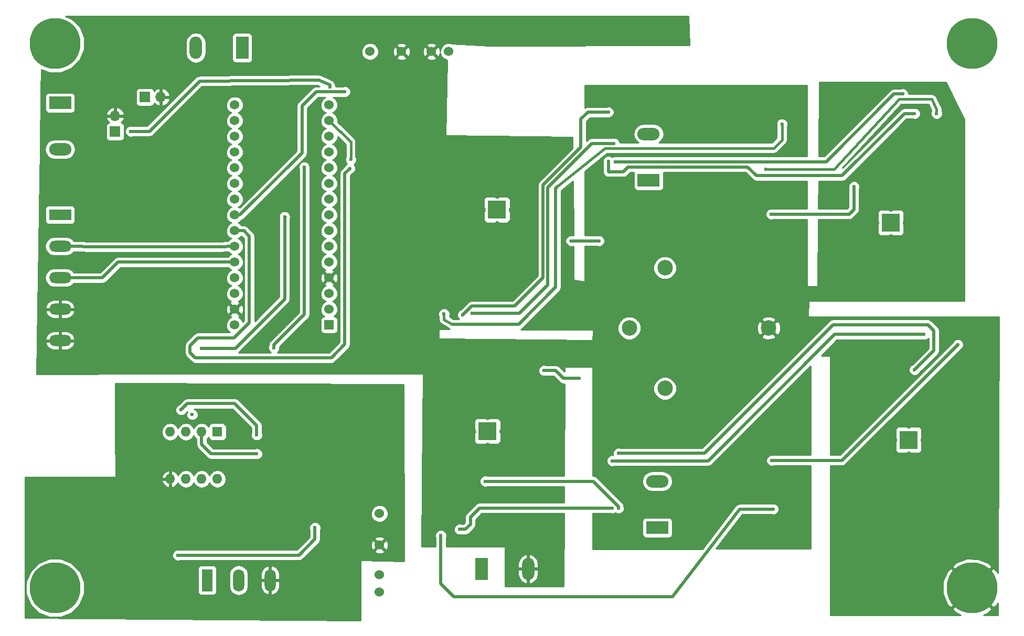
<source format=gbl>
G04 #@! TF.FileFunction,Copper,L2,Bot,Plane*
%FSLAX46Y46*%
G04 Gerber Fmt 4.6, Leading zero omitted, Abs format (unit mm)*
G04 Created by KiCad (PCBNEW 4.0.6) date 11/14/17 15:59:31*
%MOMM*%
%LPD*%
G01*
G04 APERTURE LIST*
%ADD10C,0.100000*%
%ADD11C,2.500000*%
%ADD12R,1.524000X1.524000*%
%ADD13C,1.524000*%
%ADD14R,1.600000X1.600000*%
%ADD15O,1.600000X1.600000*%
%ADD16C,8.200000*%
%ADD17R,1.700000X1.700000*%
%ADD18O,1.700000X1.700000*%
%ADD19R,3.000000X3.000000*%
%ADD20C,0.500000*%
%ADD21R,3.600000X1.800000*%
%ADD22O,3.600000X1.800000*%
%ADD23R,1.800000X3.600000*%
%ADD24O,1.800000X3.600000*%
%ADD25R,2.000000X3.600000*%
%ADD26O,2.000000X3.600000*%
%ADD27R,3.600000X2.000000*%
%ADD28O,3.600000X2.000000*%
%ADD29C,0.600000*%
%ADD30C,0.508000*%
%ADD31C,0.440000*%
%ADD32C,0.400000*%
%ADD33C,0.254000*%
G04 APERTURE END LIST*
D10*
D11*
X133170000Y-64008000D03*
X110670000Y-64008000D03*
X116420000Y-73758000D03*
X116420000Y-54258000D03*
D12*
X62230000Y-63500000D03*
D13*
X62230000Y-60960000D03*
X62230000Y-58420000D03*
X62230000Y-55880000D03*
X62230000Y-53340000D03*
X62230000Y-50800000D03*
X62230000Y-48260000D03*
X62230000Y-45720000D03*
X62230000Y-43180000D03*
X62230000Y-40640000D03*
X62230000Y-38100000D03*
X62230000Y-35560000D03*
X62230000Y-33020000D03*
X62230000Y-30480000D03*
X62230000Y-27940000D03*
X46990000Y-27940000D03*
X46990000Y-30480000D03*
X46990000Y-33020000D03*
X46990000Y-35560000D03*
X46990000Y-38100000D03*
X46990000Y-40640000D03*
X46990000Y-43180000D03*
X46990000Y-45720000D03*
X46990000Y-48260000D03*
X46990000Y-50800000D03*
X46990000Y-53340000D03*
X46990000Y-55880000D03*
X46990000Y-58420000D03*
X46990000Y-60960000D03*
X46990000Y-63500000D03*
X81534000Y-19304000D03*
X78740000Y-19304000D03*
X73914000Y-19304000D03*
X68834000Y-19304000D03*
X70358000Y-106680000D03*
X70358000Y-103886000D03*
X70358000Y-99060000D03*
X70358000Y-93980000D03*
D14*
X44196000Y-80772000D03*
D15*
X36576000Y-88392000D03*
X41656000Y-80772000D03*
X39116000Y-88392000D03*
X39116000Y-80772000D03*
X41656000Y-88392000D03*
X36576000Y-80772000D03*
X44196000Y-88392000D03*
D16*
X166000000Y-106000000D03*
X18000000Y-18000000D03*
X166000000Y-18000000D03*
X18000000Y-106000000D03*
D17*
X27686000Y-32258000D03*
D18*
X27686000Y-29718000D03*
D17*
X32512000Y-26670000D03*
D18*
X35052000Y-26670000D03*
D19*
X152875000Y-46971000D03*
D20*
X151732000Y-45828000D03*
X154018000Y-45828000D03*
X154018000Y-48114000D03*
X151732000Y-48114000D03*
X151732000Y-46971000D03*
X152494000Y-48114000D03*
X152494000Y-46971000D03*
X152494000Y-45828000D03*
X153256000Y-45828000D03*
X153256000Y-46971000D03*
X153256000Y-48114000D03*
X154018000Y-46971000D03*
D19*
X89311500Y-44875500D03*
D20*
X90454500Y-46018500D03*
X88168500Y-46018500D03*
X88168500Y-43732500D03*
X90454500Y-43732500D03*
X90454500Y-44875500D03*
X89692500Y-43732500D03*
X89692500Y-44875500D03*
X89692500Y-46018500D03*
X88930500Y-46018500D03*
X88930500Y-44875500D03*
X88930500Y-43732500D03*
X88168500Y-44875500D03*
D19*
X155735000Y-82061000D03*
D20*
X154592000Y-80918000D03*
X156878000Y-80918000D03*
X156878000Y-83204000D03*
X154592000Y-83204000D03*
X154592000Y-82061000D03*
X155354000Y-83204000D03*
X155354000Y-82061000D03*
X155354000Y-80918000D03*
X156116000Y-80918000D03*
X156116000Y-82061000D03*
X156116000Y-83204000D03*
X156878000Y-82061000D03*
D19*
X87790000Y-80664000D03*
D20*
X88933000Y-81807000D03*
X86647000Y-81807000D03*
X86647000Y-79521000D03*
X88933000Y-79521000D03*
X88933000Y-80664000D03*
X88171000Y-79521000D03*
X88171000Y-80664000D03*
X88171000Y-81807000D03*
X87409000Y-81807000D03*
X87409000Y-80664000D03*
X87409000Y-79521000D03*
X86647000Y-80664000D03*
D21*
X18800000Y-45700000D03*
D22*
X18800000Y-50780000D03*
X18800000Y-55860000D03*
X18800000Y-60940000D03*
X18800000Y-66020000D03*
D23*
X42545000Y-104749600D03*
D24*
X47625000Y-104749600D03*
X52705000Y-104749600D03*
D25*
X86842600Y-102920800D03*
D26*
X94342600Y-102920800D03*
D27*
X113792000Y-40132000D03*
D28*
X113792000Y-32632000D03*
D27*
X18800000Y-27600000D03*
D28*
X18800000Y-35100000D03*
D25*
X48200000Y-18700000D03*
D26*
X40700000Y-18700000D03*
D27*
X115189000Y-96266000D03*
D28*
X115189000Y-88766000D03*
D29*
X37846000Y-100711000D03*
X59944000Y-96266000D03*
X146939000Y-41148000D03*
X133604000Y-45593000D03*
X96901000Y-70866000D03*
X102616000Y-72136000D03*
X105791000Y-49911000D03*
X101346000Y-49911000D03*
X154787600Y-26162000D03*
X108407200Y-37134800D03*
X85344000Y-61595000D03*
X108204000Y-34163000D03*
X156718000Y-70739000D03*
X108966000Y-84226400D03*
X87426800Y-88747600D03*
X108940600Y-93116400D03*
X30200600Y-32207200D03*
X62331600Y-24993600D03*
X160274000Y-29337000D03*
X132689600Y-38303200D03*
X156718000Y-29337000D03*
X107289600Y-37058600D03*
X135305800Y-31013400D03*
X80772000Y-61722000D03*
X107289600Y-29108400D03*
X83820000Y-61849000D03*
X163703000Y-66675000D03*
X133680200Y-85394800D03*
X41579800Y-67259200D03*
X55041800Y-45999400D03*
X53314600Y-67157600D03*
X58216800Y-37973000D03*
X158242000Y-65024000D03*
X107924600Y-85445600D03*
X50546000Y-84328000D03*
X40132000Y-77978000D03*
X50546000Y-81280000D03*
X38354000Y-77216000D03*
X133908800Y-93243400D03*
X80264000Y-97536000D03*
X83312000Y-96520000D03*
X107924600Y-93091000D03*
X29718000Y-20320000D03*
X64770000Y-25806400D03*
X65709800Y-36753800D03*
X65582800Y-38201600D03*
D30*
X37846000Y-100711000D02*
X57353200Y-100711000D01*
X59944000Y-98120200D02*
X59944000Y-96266000D01*
X57353200Y-100711000D02*
X59944000Y-98120200D01*
X146939000Y-44831000D02*
X146939000Y-41148000D01*
X133604000Y-45593000D02*
X146177000Y-45593000D01*
X146177000Y-45593000D02*
X146939000Y-44831000D01*
X102616000Y-72136000D02*
X100076000Y-72136000D01*
X98806000Y-70866000D02*
X96901000Y-70866000D01*
X100076000Y-72136000D02*
X98806000Y-70866000D01*
X101346000Y-49911000D02*
X105791000Y-49911000D01*
X101346000Y-49911000D02*
X101219000Y-49911000D01*
X108407200Y-37134800D02*
X142443200Y-37134800D01*
X153416000Y-26162000D02*
X154787600Y-26162000D01*
X142443200Y-37134800D02*
X153416000Y-26162000D01*
X108204000Y-34163000D02*
X104648000Y-34163000D01*
X92913200Y-61595000D02*
X85344000Y-61595000D01*
X97510600Y-56997600D02*
X92913200Y-61595000D01*
X97510600Y-41300400D02*
X97510600Y-56997600D01*
X104648000Y-34163000D02*
X97510600Y-41300400D01*
X108204000Y-34163000D02*
X108204000Y-34188400D01*
X108966000Y-84226400D02*
X122783600Y-84226400D01*
X159816800Y-67640200D02*
X156718000Y-70739000D01*
X159816800Y-64414400D02*
X159816800Y-67640200D01*
X158851600Y-63449200D02*
X159816800Y-64414400D01*
X143560800Y-63449200D02*
X158851600Y-63449200D01*
X122783600Y-84226400D02*
X143560800Y-63449200D01*
X108940600Y-93116400D02*
X108940600Y-92862400D01*
X104825800Y-88747600D02*
X87426800Y-88747600D01*
X108940600Y-92862400D02*
X104825800Y-88747600D01*
D31*
X108966000Y-93091000D02*
X108966000Y-93065600D01*
X108940600Y-93116400D02*
X108966000Y-93091000D01*
D30*
X62331600Y-24993600D02*
X62331600Y-24714200D01*
X33197800Y-32207200D02*
X30200600Y-32207200D01*
X41325800Y-24079200D02*
X33197800Y-32207200D01*
X60553600Y-23901400D02*
X41325800Y-24079200D01*
X62331600Y-24714200D02*
X60553600Y-23901400D01*
D31*
X132689600Y-38303200D02*
X143687800Y-38303200D01*
X160274000Y-28549600D02*
X160274000Y-29337000D01*
X159486600Y-27000200D02*
X160274000Y-28549600D01*
X154228800Y-27000200D02*
X159486600Y-27000200D01*
X143687800Y-38303200D02*
X154228800Y-27000200D01*
D30*
X156718000Y-29337000D02*
X155067000Y-29337000D01*
X109728000Y-38735000D02*
X107289600Y-38735000D01*
X110490000Y-37973000D02*
X109728000Y-38735000D01*
X129794000Y-37973000D02*
X110490000Y-37973000D01*
X131191000Y-39370000D02*
X129794000Y-37973000D01*
X145034000Y-39370000D02*
X131191000Y-39370000D01*
X155067000Y-29337000D02*
X145034000Y-39370000D01*
X107289600Y-37058600D02*
X107289600Y-38735000D01*
D31*
X107289600Y-37058600D02*
X107264200Y-37058600D01*
D30*
X98837692Y-41402000D02*
X98837692Y-41385222D01*
D31*
X135305800Y-33604200D02*
X135305800Y-31013400D01*
X134010400Y-34899600D02*
X135305800Y-33604200D01*
X106730800Y-34899600D02*
X134010400Y-34899600D01*
X99060000Y-41162914D02*
X106730800Y-34899600D01*
D30*
X98837692Y-41385222D02*
X99060000Y-41162914D01*
X82092800Y-63398400D02*
X92811600Y-63398400D01*
D31*
X80772000Y-62585600D02*
X82092800Y-63398400D01*
X80772000Y-61722000D02*
X80772000Y-62585600D01*
D30*
X98806000Y-41370308D02*
X98837692Y-41402000D01*
X98806000Y-57404000D02*
X98806000Y-41370308D01*
X92811600Y-63398400D02*
X98806000Y-57404000D01*
X85217000Y-60452000D02*
X83820000Y-61849000D01*
X92202000Y-60452000D02*
X85217000Y-60452000D01*
X96774000Y-55880000D02*
X92202000Y-60452000D01*
X96774000Y-40894000D02*
X96774000Y-55880000D01*
X102870000Y-34798000D02*
X96774000Y-40894000D01*
X102870000Y-30226000D02*
X102870000Y-34798000D01*
X103987600Y-29108400D02*
X102870000Y-30226000D01*
X107289600Y-29108400D02*
X103987600Y-29108400D01*
X133680200Y-85394800D02*
X144983200Y-85394800D01*
X144983200Y-85394800D02*
X163703000Y-66675000D01*
X55041800Y-45999400D02*
X55041800Y-59309000D01*
X47091600Y-67259200D02*
X41579800Y-67259200D01*
X55041800Y-59309000D02*
X47091600Y-67259200D01*
X55041800Y-45999400D02*
X55143400Y-45999400D01*
X53314600Y-67157600D02*
X53314600Y-66700400D01*
X58216800Y-61798200D02*
X58216800Y-37973000D01*
X53314600Y-66700400D02*
X58216800Y-61798200D01*
X158242000Y-65024000D02*
X143814800Y-65024000D01*
X123393200Y-85445600D02*
X107924600Y-85445600D01*
X143814800Y-65024000D02*
X123393200Y-85445600D01*
X50546000Y-84328000D02*
X43180000Y-84328000D01*
X41656000Y-82804000D02*
X41656000Y-80772000D01*
X43180000Y-84328000D02*
X41656000Y-82804000D01*
X50546000Y-81280000D02*
X50546000Y-79756000D01*
X39370000Y-76200000D02*
X38354000Y-77216000D01*
X46990000Y-76200000D02*
X39370000Y-76200000D01*
X50546000Y-79756000D02*
X46990000Y-76200000D01*
X80264000Y-102819200D02*
X80264000Y-105333800D01*
X82346800Y-107416600D02*
X82524600Y-107416600D01*
X80264000Y-105333800D02*
X82346800Y-107416600D01*
X133908800Y-93243400D02*
X128498600Y-93243400D01*
X117652800Y-107416600D02*
X82524600Y-107416600D01*
X128498600Y-93243400D02*
X117652800Y-107416600D01*
X80264000Y-102870000D02*
X80264000Y-102819200D01*
X80264000Y-102819200D02*
X80264000Y-97536000D01*
X107924600Y-93091000D02*
X86487000Y-93091000D01*
X84226400Y-96520000D02*
X83312000Y-96520000D01*
X85013800Y-95732600D02*
X84226400Y-96520000D01*
X85013800Y-94564200D02*
X85013800Y-95732600D01*
X86487000Y-93091000D02*
X85013800Y-94564200D01*
X18546000Y-50812400D02*
X20396500Y-50812400D01*
X44323000Y-50863500D02*
X46990000Y-50800000D01*
X24701500Y-50863500D02*
X44323000Y-50863500D01*
X20396500Y-50812400D02*
X24701500Y-50863500D01*
X18800000Y-55860000D02*
X25648600Y-55860000D01*
X28168600Y-53340000D02*
X46990000Y-53340000D01*
X25648600Y-55860000D02*
X28168600Y-53340000D01*
X19310000Y-60700000D02*
X18800000Y-60700000D01*
X46990000Y-45720000D02*
X47828200Y-45720000D01*
X47828200Y-45720000D02*
X57835800Y-35712400D01*
X57835800Y-35712400D02*
X57835800Y-28117800D01*
X57835800Y-28117800D02*
X60147200Y-25806400D01*
X60147200Y-25806400D02*
X64770000Y-25806400D01*
D32*
X65709800Y-36753800D02*
X65709800Y-33959800D01*
X65709800Y-33959800D02*
X62230000Y-30480000D01*
X65709800Y-36753800D02*
X65735200Y-36753800D01*
D30*
X46990000Y-48260000D02*
X48437800Y-48260000D01*
X64770000Y-39014400D02*
X65582800Y-38201600D01*
X64770000Y-66624200D02*
X64770000Y-39014400D01*
X62582402Y-68811798D02*
X64770000Y-66624200D01*
X40592398Y-68811798D02*
X62582402Y-68811798D01*
X39776400Y-67995800D02*
X40592398Y-68811798D01*
X39776400Y-66852800D02*
X39776400Y-67995800D01*
X41046400Y-65582800D02*
X39776400Y-66852800D01*
X46863000Y-65582800D02*
X41046400Y-65582800D01*
X49352200Y-63093600D02*
X46863000Y-65582800D01*
X49352200Y-49174400D02*
X49352200Y-63093600D01*
X48437800Y-48260000D02*
X49352200Y-49174400D01*
D32*
X65582800Y-38201600D02*
X65557400Y-38201600D01*
D33*
G36*
X74219247Y-73100857D02*
X74319943Y-101623088D01*
X67388484Y-101498421D01*
X67338902Y-101507536D01*
X67296773Y-101535224D01*
X67268735Y-101577121D01*
X67259200Y-101625067D01*
X67234135Y-111190047D01*
X13177657Y-110767849D01*
X13181823Y-106937718D01*
X13264180Y-106937718D01*
X13983522Y-108678658D01*
X15314336Y-110011797D01*
X17054018Y-110734176D01*
X18937718Y-110735820D01*
X20678658Y-110016478D01*
X22011797Y-108685664D01*
X22734176Y-106945982D01*
X22735820Y-105062282D01*
X22016478Y-103321342D01*
X21645385Y-102949600D01*
X40997560Y-102949600D01*
X40997560Y-106549600D01*
X41041838Y-106784917D01*
X41180910Y-107001041D01*
X41393110Y-107146031D01*
X41645000Y-107197040D01*
X43445000Y-107197040D01*
X43680317Y-107152762D01*
X43896441Y-107013690D01*
X44041431Y-106801490D01*
X44092440Y-106549600D01*
X44092440Y-103801896D01*
X46090000Y-103801896D01*
X46090000Y-105697304D01*
X46206845Y-106284723D01*
X46539591Y-106782713D01*
X47037581Y-107115459D01*
X47625000Y-107232304D01*
X48212419Y-107115459D01*
X48710409Y-106782713D01*
X49043155Y-106284723D01*
X49160000Y-105697304D01*
X49160000Y-104876600D01*
X51170000Y-104876600D01*
X51170000Y-105776600D01*
X51335446Y-106354352D01*
X51709394Y-106824812D01*
X52234914Y-107116356D01*
X52340260Y-107140636D01*
X52578000Y-107019978D01*
X52578000Y-104876600D01*
X52832000Y-104876600D01*
X52832000Y-107019978D01*
X53069740Y-107140636D01*
X53175086Y-107116356D01*
X53700606Y-106824812D01*
X54074554Y-106354352D01*
X54240000Y-105776600D01*
X54240000Y-104876600D01*
X52832000Y-104876600D01*
X52578000Y-104876600D01*
X51170000Y-104876600D01*
X49160000Y-104876600D01*
X49160000Y-103801896D01*
X49144228Y-103722600D01*
X51170000Y-103722600D01*
X51170000Y-104622600D01*
X52578000Y-104622600D01*
X52578000Y-102479222D01*
X52832000Y-102479222D01*
X52832000Y-104622600D01*
X54240000Y-104622600D01*
X54240000Y-103722600D01*
X54074554Y-103144848D01*
X53700606Y-102674388D01*
X53175086Y-102382844D01*
X53069740Y-102358564D01*
X52832000Y-102479222D01*
X52578000Y-102479222D01*
X52340260Y-102358564D01*
X52234914Y-102382844D01*
X51709394Y-102674388D01*
X51335446Y-103144848D01*
X51170000Y-103722600D01*
X49144228Y-103722600D01*
X49043155Y-103214477D01*
X48710409Y-102716487D01*
X48212419Y-102383741D01*
X47625000Y-102266896D01*
X47037581Y-102383741D01*
X46539591Y-102716487D01*
X46206845Y-103214477D01*
X46090000Y-103801896D01*
X44092440Y-103801896D01*
X44092440Y-102949600D01*
X44048162Y-102714283D01*
X43909090Y-102498159D01*
X43696890Y-102353169D01*
X43445000Y-102302160D01*
X41645000Y-102302160D01*
X41409683Y-102346438D01*
X41193559Y-102485510D01*
X41048569Y-102697710D01*
X40997560Y-102949600D01*
X21645385Y-102949600D01*
X20685664Y-101988203D01*
X18945982Y-101265824D01*
X17062282Y-101264180D01*
X15321342Y-101983522D01*
X13988203Y-103314336D01*
X13265824Y-105054018D01*
X13264180Y-106937718D01*
X13181823Y-106937718D01*
X13188395Y-100896167D01*
X36910838Y-100896167D01*
X37052883Y-101239943D01*
X37315673Y-101503192D01*
X37659201Y-101645838D01*
X38031167Y-101646162D01*
X38142888Y-101600000D01*
X57353200Y-101600000D01*
X57693406Y-101532329D01*
X57981818Y-101339618D01*
X59281223Y-100040213D01*
X69557392Y-100040213D01*
X69626857Y-100282397D01*
X70150302Y-100469144D01*
X70705368Y-100441362D01*
X71089143Y-100282397D01*
X71158608Y-100040213D01*
X70358000Y-99239605D01*
X69557392Y-100040213D01*
X59281223Y-100040213D01*
X60469134Y-98852302D01*
X68948856Y-98852302D01*
X68976638Y-99407368D01*
X69135603Y-99791143D01*
X69377787Y-99860608D01*
X70178395Y-99060000D01*
X70537605Y-99060000D01*
X71338213Y-99860608D01*
X71580397Y-99791143D01*
X71767144Y-99267698D01*
X71739362Y-98712632D01*
X71580397Y-98328857D01*
X71338213Y-98259392D01*
X70537605Y-99060000D01*
X70178395Y-99060000D01*
X69377787Y-98259392D01*
X69135603Y-98328857D01*
X68948856Y-98852302D01*
X60469134Y-98852302D01*
X60572618Y-98748818D01*
X60765329Y-98460406D01*
X60833000Y-98120200D01*
X60833000Y-98079787D01*
X69557392Y-98079787D01*
X70358000Y-98880395D01*
X71158608Y-98079787D01*
X71089143Y-97837603D01*
X70565698Y-97650856D01*
X70010632Y-97678638D01*
X69626857Y-97837603D01*
X69557392Y-98079787D01*
X60833000Y-98079787D01*
X60833000Y-96563189D01*
X60878838Y-96452799D01*
X60879162Y-96080833D01*
X60737117Y-95737057D01*
X60474327Y-95473808D01*
X60130799Y-95331162D01*
X59758833Y-95330838D01*
X59415057Y-95472883D01*
X59151808Y-95735673D01*
X59009162Y-96079201D01*
X59008838Y-96451167D01*
X59055000Y-96562888D01*
X59055000Y-97751964D01*
X56984964Y-99822000D01*
X38143189Y-99822000D01*
X38032799Y-99776162D01*
X37660833Y-99775838D01*
X37317057Y-99917883D01*
X37053808Y-100180673D01*
X36911162Y-100524201D01*
X36910838Y-100896167D01*
X13188395Y-100896167D01*
X13195618Y-94256661D01*
X68960758Y-94256661D01*
X69172990Y-94770303D01*
X69565630Y-95163629D01*
X70078900Y-95376757D01*
X70634661Y-95377242D01*
X71148303Y-95165010D01*
X71541629Y-94772370D01*
X71754757Y-94259100D01*
X71755242Y-93703339D01*
X71543010Y-93189697D01*
X71150370Y-92796371D01*
X70637100Y-92583243D01*
X70081339Y-92582758D01*
X69567697Y-92794990D01*
X69174371Y-93187630D01*
X68961243Y-93700900D01*
X68960758Y-94256661D01*
X13195618Y-94256661D01*
X13201619Y-88741041D01*
X35184086Y-88741041D01*
X35423611Y-89247134D01*
X35838577Y-89623041D01*
X36226961Y-89783904D01*
X36449000Y-89661915D01*
X36449000Y-88519000D01*
X35305371Y-88519000D01*
X35184086Y-88741041D01*
X13201619Y-88741041D01*
X13201916Y-88468338D01*
X13191964Y-88418917D01*
X13164804Y-88379076D01*
X13193527Y-88112600D01*
X27660600Y-88112600D01*
X27710010Y-88102594D01*
X27751635Y-88074153D01*
X27771707Y-88042959D01*
X35184086Y-88042959D01*
X35305371Y-88265000D01*
X36449000Y-88265000D01*
X36449000Y-87122085D01*
X36703000Y-87122085D01*
X36703000Y-88265000D01*
X36723000Y-88265000D01*
X36723000Y-88519000D01*
X36703000Y-88519000D01*
X36703000Y-89661915D01*
X36925039Y-89783904D01*
X37313423Y-89623041D01*
X37728389Y-89247134D01*
X37831014Y-89030297D01*
X38101302Y-89434811D01*
X38566849Y-89745880D01*
X39116000Y-89855113D01*
X39665151Y-89745880D01*
X40130698Y-89434811D01*
X40386000Y-89052725D01*
X40641302Y-89434811D01*
X41106849Y-89745880D01*
X41656000Y-89855113D01*
X42205151Y-89745880D01*
X42670698Y-89434811D01*
X42926000Y-89052725D01*
X43181302Y-89434811D01*
X43646849Y-89745880D01*
X44196000Y-89855113D01*
X44745151Y-89745880D01*
X45210698Y-89434811D01*
X45521767Y-88969264D01*
X45631000Y-88420113D01*
X45631000Y-88363887D01*
X45521767Y-87814736D01*
X45210698Y-87349189D01*
X44745151Y-87038120D01*
X44196000Y-86928887D01*
X43646849Y-87038120D01*
X43181302Y-87349189D01*
X42926000Y-87731275D01*
X42670698Y-87349189D01*
X42205151Y-87038120D01*
X41656000Y-86928887D01*
X41106849Y-87038120D01*
X40641302Y-87349189D01*
X40386000Y-87731275D01*
X40130698Y-87349189D01*
X39665151Y-87038120D01*
X39116000Y-86928887D01*
X38566849Y-87038120D01*
X38101302Y-87349189D01*
X37831014Y-87753703D01*
X37728389Y-87536866D01*
X37313423Y-87160959D01*
X36925039Y-87000096D01*
X36703000Y-87122085D01*
X36449000Y-87122085D01*
X36226961Y-87000096D01*
X35838577Y-87160959D01*
X35423611Y-87536866D01*
X35184086Y-88042959D01*
X27771707Y-88042959D01*
X27778915Y-88031759D01*
X27787597Y-87984748D01*
X27739001Y-80743887D01*
X35141000Y-80743887D01*
X35141000Y-80800113D01*
X35250233Y-81349264D01*
X35561302Y-81814811D01*
X36026849Y-82125880D01*
X36576000Y-82235113D01*
X37125151Y-82125880D01*
X37590698Y-81814811D01*
X37846000Y-81432725D01*
X38101302Y-81814811D01*
X38566849Y-82125880D01*
X39116000Y-82235113D01*
X39665151Y-82125880D01*
X40130698Y-81814811D01*
X40386000Y-81432725D01*
X40641302Y-81814811D01*
X40767000Y-81898800D01*
X40767000Y-82804000D01*
X40834671Y-83144206D01*
X41000802Y-83392838D01*
X41027382Y-83432618D01*
X42551382Y-84956618D01*
X42839794Y-85149329D01*
X43180000Y-85217000D01*
X50248811Y-85217000D01*
X50359201Y-85262838D01*
X50731167Y-85263162D01*
X51074943Y-85121117D01*
X51338192Y-84858327D01*
X51480838Y-84514799D01*
X51481162Y-84142833D01*
X51339117Y-83799057D01*
X51076327Y-83535808D01*
X50732799Y-83393162D01*
X50360833Y-83392838D01*
X50249112Y-83439000D01*
X43548236Y-83439000D01*
X42545000Y-82435764D01*
X42545000Y-81898800D01*
X42670698Y-81814811D01*
X42767101Y-81670535D01*
X42792838Y-81807317D01*
X42931910Y-82023441D01*
X43144110Y-82168431D01*
X43396000Y-82219440D01*
X44996000Y-82219440D01*
X45231317Y-82175162D01*
X45447441Y-82036090D01*
X45592431Y-81823890D01*
X45643440Y-81572000D01*
X45643440Y-79972000D01*
X45599162Y-79736683D01*
X45460090Y-79520559D01*
X45247890Y-79375569D01*
X44996000Y-79324560D01*
X43396000Y-79324560D01*
X43160683Y-79368838D01*
X42944559Y-79507910D01*
X42799569Y-79720110D01*
X42768185Y-79875089D01*
X42670698Y-79729189D01*
X42205151Y-79418120D01*
X41656000Y-79308887D01*
X41106849Y-79418120D01*
X40641302Y-79729189D01*
X40386000Y-80111275D01*
X40130698Y-79729189D01*
X39665151Y-79418120D01*
X39116000Y-79308887D01*
X38566849Y-79418120D01*
X38101302Y-79729189D01*
X37846000Y-80111275D01*
X37590698Y-79729189D01*
X37125151Y-79418120D01*
X36576000Y-79308887D01*
X36026849Y-79418120D01*
X35561302Y-79729189D01*
X35250233Y-80194736D01*
X35141000Y-80743887D01*
X27739001Y-80743887D01*
X27716567Y-77401167D01*
X37418838Y-77401167D01*
X37560883Y-77744943D01*
X37823673Y-78008192D01*
X38167201Y-78150838D01*
X38539167Y-78151162D01*
X38882943Y-78009117D01*
X39146192Y-77746327D01*
X39192549Y-77634687D01*
X39311578Y-77515658D01*
X39197162Y-77791201D01*
X39196838Y-78163167D01*
X39338883Y-78506943D01*
X39601673Y-78770192D01*
X39945201Y-78912838D01*
X40317167Y-78913162D01*
X40660943Y-78771117D01*
X40924192Y-78508327D01*
X41066838Y-78164799D01*
X41067162Y-77792833D01*
X40925117Y-77449057D01*
X40662327Y-77185808D01*
X40429189Y-77089000D01*
X46621764Y-77089000D01*
X49657000Y-80124236D01*
X49657000Y-80982811D01*
X49611162Y-81093201D01*
X49610838Y-81465167D01*
X49752883Y-81808943D01*
X50015673Y-82072192D01*
X50359201Y-82214838D01*
X50731167Y-82215162D01*
X51074943Y-82073117D01*
X51338192Y-81810327D01*
X51480838Y-81466799D01*
X51481162Y-81094833D01*
X51435000Y-80983112D01*
X51435000Y-79756000D01*
X51367329Y-79415794D01*
X51174618Y-79127382D01*
X47618618Y-75571382D01*
X47330206Y-75378671D01*
X46990000Y-75311000D01*
X39370000Y-75311000D01*
X39029794Y-75378671D01*
X38741382Y-75571382D01*
X37935526Y-76377238D01*
X37825057Y-76422883D01*
X37561808Y-76685673D01*
X37419162Y-77029201D01*
X37418838Y-77401167D01*
X27716567Y-77401167D01*
X27686857Y-72974548D01*
X74219247Y-73100857D01*
X74219247Y-73100857D01*
G37*
X74219247Y-73100857D02*
X74319943Y-101623088D01*
X67388484Y-101498421D01*
X67338902Y-101507536D01*
X67296773Y-101535224D01*
X67268735Y-101577121D01*
X67259200Y-101625067D01*
X67234135Y-111190047D01*
X13177657Y-110767849D01*
X13181823Y-106937718D01*
X13264180Y-106937718D01*
X13983522Y-108678658D01*
X15314336Y-110011797D01*
X17054018Y-110734176D01*
X18937718Y-110735820D01*
X20678658Y-110016478D01*
X22011797Y-108685664D01*
X22734176Y-106945982D01*
X22735820Y-105062282D01*
X22016478Y-103321342D01*
X21645385Y-102949600D01*
X40997560Y-102949600D01*
X40997560Y-106549600D01*
X41041838Y-106784917D01*
X41180910Y-107001041D01*
X41393110Y-107146031D01*
X41645000Y-107197040D01*
X43445000Y-107197040D01*
X43680317Y-107152762D01*
X43896441Y-107013690D01*
X44041431Y-106801490D01*
X44092440Y-106549600D01*
X44092440Y-103801896D01*
X46090000Y-103801896D01*
X46090000Y-105697304D01*
X46206845Y-106284723D01*
X46539591Y-106782713D01*
X47037581Y-107115459D01*
X47625000Y-107232304D01*
X48212419Y-107115459D01*
X48710409Y-106782713D01*
X49043155Y-106284723D01*
X49160000Y-105697304D01*
X49160000Y-104876600D01*
X51170000Y-104876600D01*
X51170000Y-105776600D01*
X51335446Y-106354352D01*
X51709394Y-106824812D01*
X52234914Y-107116356D01*
X52340260Y-107140636D01*
X52578000Y-107019978D01*
X52578000Y-104876600D01*
X52832000Y-104876600D01*
X52832000Y-107019978D01*
X53069740Y-107140636D01*
X53175086Y-107116356D01*
X53700606Y-106824812D01*
X54074554Y-106354352D01*
X54240000Y-105776600D01*
X54240000Y-104876600D01*
X52832000Y-104876600D01*
X52578000Y-104876600D01*
X51170000Y-104876600D01*
X49160000Y-104876600D01*
X49160000Y-103801896D01*
X49144228Y-103722600D01*
X51170000Y-103722600D01*
X51170000Y-104622600D01*
X52578000Y-104622600D01*
X52578000Y-102479222D01*
X52832000Y-102479222D01*
X52832000Y-104622600D01*
X54240000Y-104622600D01*
X54240000Y-103722600D01*
X54074554Y-103144848D01*
X53700606Y-102674388D01*
X53175086Y-102382844D01*
X53069740Y-102358564D01*
X52832000Y-102479222D01*
X52578000Y-102479222D01*
X52340260Y-102358564D01*
X52234914Y-102382844D01*
X51709394Y-102674388D01*
X51335446Y-103144848D01*
X51170000Y-103722600D01*
X49144228Y-103722600D01*
X49043155Y-103214477D01*
X48710409Y-102716487D01*
X48212419Y-102383741D01*
X47625000Y-102266896D01*
X47037581Y-102383741D01*
X46539591Y-102716487D01*
X46206845Y-103214477D01*
X46090000Y-103801896D01*
X44092440Y-103801896D01*
X44092440Y-102949600D01*
X44048162Y-102714283D01*
X43909090Y-102498159D01*
X43696890Y-102353169D01*
X43445000Y-102302160D01*
X41645000Y-102302160D01*
X41409683Y-102346438D01*
X41193559Y-102485510D01*
X41048569Y-102697710D01*
X40997560Y-102949600D01*
X21645385Y-102949600D01*
X20685664Y-101988203D01*
X18945982Y-101265824D01*
X17062282Y-101264180D01*
X15321342Y-101983522D01*
X13988203Y-103314336D01*
X13265824Y-105054018D01*
X13264180Y-106937718D01*
X13181823Y-106937718D01*
X13188395Y-100896167D01*
X36910838Y-100896167D01*
X37052883Y-101239943D01*
X37315673Y-101503192D01*
X37659201Y-101645838D01*
X38031167Y-101646162D01*
X38142888Y-101600000D01*
X57353200Y-101600000D01*
X57693406Y-101532329D01*
X57981818Y-101339618D01*
X59281223Y-100040213D01*
X69557392Y-100040213D01*
X69626857Y-100282397D01*
X70150302Y-100469144D01*
X70705368Y-100441362D01*
X71089143Y-100282397D01*
X71158608Y-100040213D01*
X70358000Y-99239605D01*
X69557392Y-100040213D01*
X59281223Y-100040213D01*
X60469134Y-98852302D01*
X68948856Y-98852302D01*
X68976638Y-99407368D01*
X69135603Y-99791143D01*
X69377787Y-99860608D01*
X70178395Y-99060000D01*
X70537605Y-99060000D01*
X71338213Y-99860608D01*
X71580397Y-99791143D01*
X71767144Y-99267698D01*
X71739362Y-98712632D01*
X71580397Y-98328857D01*
X71338213Y-98259392D01*
X70537605Y-99060000D01*
X70178395Y-99060000D01*
X69377787Y-98259392D01*
X69135603Y-98328857D01*
X68948856Y-98852302D01*
X60469134Y-98852302D01*
X60572618Y-98748818D01*
X60765329Y-98460406D01*
X60833000Y-98120200D01*
X60833000Y-98079787D01*
X69557392Y-98079787D01*
X70358000Y-98880395D01*
X71158608Y-98079787D01*
X71089143Y-97837603D01*
X70565698Y-97650856D01*
X70010632Y-97678638D01*
X69626857Y-97837603D01*
X69557392Y-98079787D01*
X60833000Y-98079787D01*
X60833000Y-96563189D01*
X60878838Y-96452799D01*
X60879162Y-96080833D01*
X60737117Y-95737057D01*
X60474327Y-95473808D01*
X60130799Y-95331162D01*
X59758833Y-95330838D01*
X59415057Y-95472883D01*
X59151808Y-95735673D01*
X59009162Y-96079201D01*
X59008838Y-96451167D01*
X59055000Y-96562888D01*
X59055000Y-97751964D01*
X56984964Y-99822000D01*
X38143189Y-99822000D01*
X38032799Y-99776162D01*
X37660833Y-99775838D01*
X37317057Y-99917883D01*
X37053808Y-100180673D01*
X36911162Y-100524201D01*
X36910838Y-100896167D01*
X13188395Y-100896167D01*
X13195618Y-94256661D01*
X68960758Y-94256661D01*
X69172990Y-94770303D01*
X69565630Y-95163629D01*
X70078900Y-95376757D01*
X70634661Y-95377242D01*
X71148303Y-95165010D01*
X71541629Y-94772370D01*
X71754757Y-94259100D01*
X71755242Y-93703339D01*
X71543010Y-93189697D01*
X71150370Y-92796371D01*
X70637100Y-92583243D01*
X70081339Y-92582758D01*
X69567697Y-92794990D01*
X69174371Y-93187630D01*
X68961243Y-93700900D01*
X68960758Y-94256661D01*
X13195618Y-94256661D01*
X13201619Y-88741041D01*
X35184086Y-88741041D01*
X35423611Y-89247134D01*
X35838577Y-89623041D01*
X36226961Y-89783904D01*
X36449000Y-89661915D01*
X36449000Y-88519000D01*
X35305371Y-88519000D01*
X35184086Y-88741041D01*
X13201619Y-88741041D01*
X13201916Y-88468338D01*
X13191964Y-88418917D01*
X13164804Y-88379076D01*
X13193527Y-88112600D01*
X27660600Y-88112600D01*
X27710010Y-88102594D01*
X27751635Y-88074153D01*
X27771707Y-88042959D01*
X35184086Y-88042959D01*
X35305371Y-88265000D01*
X36449000Y-88265000D01*
X36449000Y-87122085D01*
X36703000Y-87122085D01*
X36703000Y-88265000D01*
X36723000Y-88265000D01*
X36723000Y-88519000D01*
X36703000Y-88519000D01*
X36703000Y-89661915D01*
X36925039Y-89783904D01*
X37313423Y-89623041D01*
X37728389Y-89247134D01*
X37831014Y-89030297D01*
X38101302Y-89434811D01*
X38566849Y-89745880D01*
X39116000Y-89855113D01*
X39665151Y-89745880D01*
X40130698Y-89434811D01*
X40386000Y-89052725D01*
X40641302Y-89434811D01*
X41106849Y-89745880D01*
X41656000Y-89855113D01*
X42205151Y-89745880D01*
X42670698Y-89434811D01*
X42926000Y-89052725D01*
X43181302Y-89434811D01*
X43646849Y-89745880D01*
X44196000Y-89855113D01*
X44745151Y-89745880D01*
X45210698Y-89434811D01*
X45521767Y-88969264D01*
X45631000Y-88420113D01*
X45631000Y-88363887D01*
X45521767Y-87814736D01*
X45210698Y-87349189D01*
X44745151Y-87038120D01*
X44196000Y-86928887D01*
X43646849Y-87038120D01*
X43181302Y-87349189D01*
X42926000Y-87731275D01*
X42670698Y-87349189D01*
X42205151Y-87038120D01*
X41656000Y-86928887D01*
X41106849Y-87038120D01*
X40641302Y-87349189D01*
X40386000Y-87731275D01*
X40130698Y-87349189D01*
X39665151Y-87038120D01*
X39116000Y-86928887D01*
X38566849Y-87038120D01*
X38101302Y-87349189D01*
X37831014Y-87753703D01*
X37728389Y-87536866D01*
X37313423Y-87160959D01*
X36925039Y-87000096D01*
X36703000Y-87122085D01*
X36449000Y-87122085D01*
X36226961Y-87000096D01*
X35838577Y-87160959D01*
X35423611Y-87536866D01*
X35184086Y-88042959D01*
X27771707Y-88042959D01*
X27778915Y-88031759D01*
X27787597Y-87984748D01*
X27739001Y-80743887D01*
X35141000Y-80743887D01*
X35141000Y-80800113D01*
X35250233Y-81349264D01*
X35561302Y-81814811D01*
X36026849Y-82125880D01*
X36576000Y-82235113D01*
X37125151Y-82125880D01*
X37590698Y-81814811D01*
X37846000Y-81432725D01*
X38101302Y-81814811D01*
X38566849Y-82125880D01*
X39116000Y-82235113D01*
X39665151Y-82125880D01*
X40130698Y-81814811D01*
X40386000Y-81432725D01*
X40641302Y-81814811D01*
X40767000Y-81898800D01*
X40767000Y-82804000D01*
X40834671Y-83144206D01*
X41000802Y-83392838D01*
X41027382Y-83432618D01*
X42551382Y-84956618D01*
X42839794Y-85149329D01*
X43180000Y-85217000D01*
X50248811Y-85217000D01*
X50359201Y-85262838D01*
X50731167Y-85263162D01*
X51074943Y-85121117D01*
X51338192Y-84858327D01*
X51480838Y-84514799D01*
X51481162Y-84142833D01*
X51339117Y-83799057D01*
X51076327Y-83535808D01*
X50732799Y-83393162D01*
X50360833Y-83392838D01*
X50249112Y-83439000D01*
X43548236Y-83439000D01*
X42545000Y-82435764D01*
X42545000Y-81898800D01*
X42670698Y-81814811D01*
X42767101Y-81670535D01*
X42792838Y-81807317D01*
X42931910Y-82023441D01*
X43144110Y-82168431D01*
X43396000Y-82219440D01*
X44996000Y-82219440D01*
X45231317Y-82175162D01*
X45447441Y-82036090D01*
X45592431Y-81823890D01*
X45643440Y-81572000D01*
X45643440Y-79972000D01*
X45599162Y-79736683D01*
X45460090Y-79520559D01*
X45247890Y-79375569D01*
X44996000Y-79324560D01*
X43396000Y-79324560D01*
X43160683Y-79368838D01*
X42944559Y-79507910D01*
X42799569Y-79720110D01*
X42768185Y-79875089D01*
X42670698Y-79729189D01*
X42205151Y-79418120D01*
X41656000Y-79308887D01*
X41106849Y-79418120D01*
X40641302Y-79729189D01*
X40386000Y-80111275D01*
X40130698Y-79729189D01*
X39665151Y-79418120D01*
X39116000Y-79308887D01*
X38566849Y-79418120D01*
X38101302Y-79729189D01*
X37846000Y-80111275D01*
X37590698Y-79729189D01*
X37125151Y-79418120D01*
X36576000Y-79308887D01*
X36026849Y-79418120D01*
X35561302Y-79729189D01*
X35250233Y-80194736D01*
X35141000Y-80743887D01*
X27739001Y-80743887D01*
X27716567Y-77401167D01*
X37418838Y-77401167D01*
X37560883Y-77744943D01*
X37823673Y-78008192D01*
X38167201Y-78150838D01*
X38539167Y-78151162D01*
X38882943Y-78009117D01*
X39146192Y-77746327D01*
X39192549Y-77634687D01*
X39311578Y-77515658D01*
X39197162Y-77791201D01*
X39196838Y-78163167D01*
X39338883Y-78506943D01*
X39601673Y-78770192D01*
X39945201Y-78912838D01*
X40317167Y-78913162D01*
X40660943Y-78771117D01*
X40924192Y-78508327D01*
X41066838Y-78164799D01*
X41067162Y-77792833D01*
X40925117Y-77449057D01*
X40662327Y-77185808D01*
X40429189Y-77089000D01*
X46621764Y-77089000D01*
X49657000Y-80124236D01*
X49657000Y-80982811D01*
X49611162Y-81093201D01*
X49610838Y-81465167D01*
X49752883Y-81808943D01*
X50015673Y-82072192D01*
X50359201Y-82214838D01*
X50731167Y-82215162D01*
X51074943Y-82073117D01*
X51338192Y-81810327D01*
X51480838Y-81466799D01*
X51481162Y-81094833D01*
X51435000Y-80983112D01*
X51435000Y-79756000D01*
X51367329Y-79415794D01*
X51174618Y-79127382D01*
X47618618Y-75571382D01*
X47330206Y-75378671D01*
X46990000Y-75311000D01*
X39370000Y-75311000D01*
X39029794Y-75378671D01*
X38741382Y-75571382D01*
X37935526Y-76377238D01*
X37825057Y-76422883D01*
X37561808Y-76685673D01*
X37419162Y-77029201D01*
X37418838Y-77401167D01*
X27716567Y-77401167D01*
X27686857Y-72974548D01*
X74219247Y-73100857D01*
G36*
X120172278Y-13588970D02*
X120315782Y-18285456D01*
X119128442Y-18262623D01*
X119125790Y-18262600D01*
X88011404Y-18314120D01*
X82016652Y-17991765D01*
X81813100Y-17907243D01*
X81257339Y-17906758D01*
X80743697Y-18118990D01*
X80350371Y-18511630D01*
X80137243Y-19024900D01*
X80137029Y-19269656D01*
X80121362Y-18956632D01*
X79962397Y-18572857D01*
X79720213Y-18503392D01*
X78919605Y-19304000D01*
X79720213Y-20104608D01*
X79962397Y-20035143D01*
X80136788Y-19546332D01*
X80136758Y-19580661D01*
X80348990Y-20094303D01*
X80741630Y-20487629D01*
X81205322Y-20680170D01*
X80975036Y-32814390D01*
X80984102Y-32863981D01*
X81011748Y-32906138D01*
X81053617Y-32934217D01*
X81100595Y-32943792D01*
X101448836Y-33171004D01*
X101466375Y-34944389D01*
X96145382Y-40265382D01*
X95952671Y-40553794D01*
X95885000Y-40894000D01*
X95885000Y-55511764D01*
X91833764Y-59563000D01*
X85217000Y-59563000D01*
X84876794Y-59630671D01*
X84588382Y-59823382D01*
X83401526Y-61010238D01*
X83291057Y-61055883D01*
X83027808Y-61318673D01*
X82885162Y-61662201D01*
X82884838Y-62034167D01*
X83026883Y-62377943D01*
X83158111Y-62509400D01*
X82279552Y-62509400D01*
X81627000Y-62107830D01*
X81627000Y-62101069D01*
X81706838Y-61908799D01*
X81707162Y-61536833D01*
X81565117Y-61193057D01*
X81302327Y-60929808D01*
X80958799Y-60787162D01*
X80586833Y-60786838D01*
X80243057Y-60928883D01*
X79979808Y-61191673D01*
X79837162Y-61535201D01*
X79836838Y-61907167D01*
X79917000Y-62101174D01*
X79917000Y-62585600D01*
X79936512Y-62683693D01*
X79940251Y-62783635D01*
X79968749Y-62845758D01*
X79982083Y-62912794D01*
X80037648Y-62995952D01*
X80079349Y-63086858D01*
X80129453Y-63133348D01*
X80167424Y-63190176D01*
X80250581Y-63245740D01*
X80323897Y-63313768D01*
X81451091Y-64007426D01*
X81464182Y-64027018D01*
X81638098Y-64143225D01*
X80039817Y-64135002D01*
X79990356Y-64144753D01*
X79948586Y-64172979D01*
X79921088Y-64215233D01*
X79912164Y-64261745D01*
X79909361Y-65658745D01*
X79919268Y-65708175D01*
X79947625Y-65749857D01*
X79989965Y-65777222D01*
X80035050Y-65785993D01*
X104646689Y-66039993D01*
X104696200Y-66030498D01*
X104738116Y-66002488D01*
X104765832Y-65960378D01*
X104775000Y-65913000D01*
X104775000Y-65313178D01*
X104833102Y-65216341D01*
X104851200Y-65151000D01*
X104851200Y-64389000D01*
X104849642Y-64381305D01*
X108784674Y-64381305D01*
X109071043Y-65074372D01*
X109600839Y-65605093D01*
X110293405Y-65892672D01*
X111043305Y-65893326D01*
X111736372Y-65606957D01*
X112002472Y-65341320D01*
X132016285Y-65341320D01*
X132145533Y-65634123D01*
X132845806Y-65902388D01*
X133595435Y-65882250D01*
X134194467Y-65634123D01*
X134323715Y-65341320D01*
X133170000Y-64187605D01*
X132016285Y-65341320D01*
X112002472Y-65341320D01*
X112267093Y-65077161D01*
X112554672Y-64384595D01*
X112555283Y-63683806D01*
X131275612Y-63683806D01*
X131295750Y-64433435D01*
X131543877Y-65032467D01*
X131836680Y-65161715D01*
X132990395Y-64008000D01*
X133349605Y-64008000D01*
X134503320Y-65161715D01*
X134796123Y-65032467D01*
X135064388Y-64332194D01*
X135044250Y-63582565D01*
X134796123Y-62983533D01*
X134503320Y-62854285D01*
X133349605Y-64008000D01*
X132990395Y-64008000D01*
X131836680Y-62854285D01*
X131543877Y-62983533D01*
X131275612Y-63683806D01*
X112555283Y-63683806D01*
X112555326Y-63634695D01*
X112268957Y-62941628D01*
X112002475Y-62674680D01*
X132016285Y-62674680D01*
X133170000Y-63828395D01*
X134323715Y-62674680D01*
X134194467Y-62381877D01*
X133494194Y-62113612D01*
X132744565Y-62133750D01*
X132145533Y-62381877D01*
X132016285Y-62674680D01*
X112002475Y-62674680D01*
X111739161Y-62410907D01*
X111046595Y-62123328D01*
X110296695Y-62122674D01*
X109603628Y-62409043D01*
X109072907Y-62938839D01*
X108785328Y-63631405D01*
X108784674Y-64381305D01*
X104849642Y-64381305D01*
X104841194Y-64339590D01*
X104812753Y-64297965D01*
X104770359Y-64270685D01*
X104724853Y-64262002D01*
X93177452Y-64202593D01*
X93440218Y-64027018D01*
X99434618Y-58032618D01*
X99532184Y-57886600D01*
X99627329Y-57744206D01*
X99695000Y-57404000D01*
X99695000Y-41781981D01*
X99744615Y-41707726D01*
X101518937Y-40258968D01*
X101605449Y-49006329D01*
X101532799Y-48976162D01*
X101160833Y-48975838D01*
X100891408Y-49087162D01*
X100878794Y-49089671D01*
X100868194Y-49096754D01*
X100817057Y-49117883D01*
X100777553Y-49157318D01*
X100590382Y-49282382D01*
X100397671Y-49570794D01*
X100330000Y-49911000D01*
X100397671Y-50251206D01*
X100590382Y-50539618D01*
X100776583Y-50664034D01*
X100815673Y-50703192D01*
X100867223Y-50724598D01*
X100878794Y-50732329D01*
X100892323Y-50735020D01*
X101159201Y-50845838D01*
X101531167Y-50846162D01*
X101623269Y-50808106D01*
X101676206Y-56160656D01*
X101686700Y-56209965D01*
X101715551Y-56251306D01*
X101782655Y-56284727D01*
X103332055Y-56538727D01*
X103382433Y-56536846D01*
X103428110Y-56515514D01*
X103461889Y-56478091D01*
X103479600Y-56413502D01*
X103481024Y-54631305D01*
X114534674Y-54631305D01*
X114821043Y-55324372D01*
X115350839Y-55855093D01*
X116043405Y-56142672D01*
X116793305Y-56143326D01*
X117486372Y-55856957D01*
X118017093Y-55327161D01*
X118304672Y-54634595D01*
X118305326Y-53884695D01*
X118018957Y-53191628D01*
X117489161Y-52660907D01*
X116796595Y-52373328D01*
X116046695Y-52372674D01*
X115353628Y-52659043D01*
X114822907Y-53188839D01*
X114535328Y-53881405D01*
X114534674Y-54631305D01*
X103481024Y-54631305D01*
X103484087Y-50800000D01*
X105493811Y-50800000D01*
X105604201Y-50845838D01*
X105976167Y-50846162D01*
X106319943Y-50704117D01*
X106583192Y-50441327D01*
X106725838Y-50097799D01*
X106726162Y-49725833D01*
X106584117Y-49382057D01*
X106321327Y-49118808D01*
X105977799Y-48976162D01*
X105605833Y-48975838D01*
X105494112Y-49022000D01*
X103485509Y-49022000D01*
X103493803Y-38646463D01*
X107035522Y-35754600D01*
X134010400Y-35754600D01*
X134337595Y-35689517D01*
X134614976Y-35504176D01*
X135910376Y-34208776D01*
X136095717Y-33931395D01*
X136119392Y-33812370D01*
X136160800Y-33604200D01*
X136160800Y-31392469D01*
X136240638Y-31200199D01*
X136240962Y-30828233D01*
X136098917Y-30484457D01*
X135836127Y-30221208D01*
X135492599Y-30078562D01*
X135120633Y-30078238D01*
X134776857Y-30220283D01*
X134513608Y-30483073D01*
X134370962Y-30826601D01*
X134370638Y-31198567D01*
X134450800Y-31392574D01*
X134450800Y-33250048D01*
X133656248Y-34044600D01*
X115411973Y-34044600D01*
X115795824Y-33788120D01*
X116150247Y-33257687D01*
X116274704Y-32632000D01*
X116150247Y-32006313D01*
X115795824Y-31475880D01*
X115265391Y-31121457D01*
X114639704Y-30997000D01*
X112944296Y-30997000D01*
X112318609Y-31121457D01*
X111788176Y-31475880D01*
X111433753Y-32006313D01*
X111309296Y-32632000D01*
X111433753Y-33257687D01*
X111788176Y-33788120D01*
X112172027Y-34044600D01*
X109139104Y-34044600D01*
X109139162Y-33977833D01*
X108997117Y-33634057D01*
X108734327Y-33370808D01*
X108390799Y-33228162D01*
X108018833Y-33227838D01*
X107907112Y-33274000D01*
X104648000Y-33274000D01*
X104307794Y-33341671D01*
X104019382Y-33534382D01*
X103759000Y-33794764D01*
X103759000Y-30594236D01*
X104355836Y-29997400D01*
X106992411Y-29997400D01*
X107102801Y-30043238D01*
X107474767Y-30043562D01*
X107818543Y-29901517D01*
X108081792Y-29638727D01*
X108224438Y-29295199D01*
X108224762Y-28923233D01*
X108082717Y-28579457D01*
X107819927Y-28316208D01*
X107476399Y-28173562D01*
X107104433Y-28173238D01*
X106992712Y-28219400D01*
X103987600Y-28219400D01*
X103647394Y-28287071D01*
X103502006Y-28384216D01*
X103504899Y-24765000D01*
X139319000Y-24765000D01*
X139319000Y-36245800D01*
X108704389Y-36245800D01*
X108593999Y-36199962D01*
X108222033Y-36199638D01*
X107890161Y-36336764D01*
X107819927Y-36266408D01*
X107476399Y-36123762D01*
X107104433Y-36123438D01*
X106760657Y-36265483D01*
X106497408Y-36528273D01*
X106354762Y-36871801D01*
X106354438Y-37243767D01*
X106400600Y-37355488D01*
X106400600Y-38735000D01*
X106468271Y-39075206D01*
X106660982Y-39363618D01*
X106949394Y-39556329D01*
X107289600Y-39624000D01*
X109728000Y-39624000D01*
X110068206Y-39556329D01*
X110356618Y-39363618D01*
X110858236Y-38862000D01*
X111407943Y-38862000D01*
X111395569Y-38880110D01*
X111344560Y-39132000D01*
X111344560Y-41132000D01*
X111388838Y-41367317D01*
X111527910Y-41583441D01*
X111740110Y-41728431D01*
X111992000Y-41779440D01*
X115592000Y-41779440D01*
X115827317Y-41735162D01*
X116043441Y-41596090D01*
X116188431Y-41383890D01*
X116239440Y-41132000D01*
X116239440Y-39132000D01*
X116195162Y-38896683D01*
X116172844Y-38862000D01*
X129425764Y-38862000D01*
X130562382Y-39998618D01*
X130850794Y-40191329D01*
X131191000Y-40259000D01*
X139319000Y-40259000D01*
X139319000Y-44704000D01*
X133901189Y-44704000D01*
X133790799Y-44658162D01*
X133418833Y-44657838D01*
X133075057Y-44799883D01*
X132811808Y-45062673D01*
X132669162Y-45406201D01*
X132668838Y-45778167D01*
X132810883Y-46121943D01*
X133073673Y-46385192D01*
X133417201Y-46527838D01*
X133789167Y-46528162D01*
X133900888Y-46482000D01*
X139319000Y-46482000D01*
X139319000Y-57150000D01*
X139329006Y-57199410D01*
X139357447Y-57241035D01*
X139399841Y-57268315D01*
X139446000Y-57277000D01*
X140970000Y-57277000D01*
X141019410Y-57266994D01*
X141061035Y-57238553D01*
X141088315Y-57196159D01*
X141096996Y-57150977D01*
X141179065Y-46482000D01*
X146177000Y-46482000D01*
X146517206Y-46414329D01*
X146805618Y-46221618D01*
X147567618Y-45459618D01*
X147644410Y-45344691D01*
X150740000Y-45344691D01*
X150740000Y-46685250D01*
X150858162Y-46803412D01*
X150833872Y-46883930D01*
X150859239Y-47137511D01*
X150740000Y-47256750D01*
X150740000Y-48597309D01*
X150836673Y-48830698D01*
X151015301Y-49009327D01*
X151248690Y-49106000D01*
X152589250Y-49106000D01*
X152713822Y-48981428D01*
X152757257Y-48977083D01*
X152881782Y-48925502D01*
X153022791Y-48968041D01*
X153160750Y-49106000D01*
X154501310Y-49106000D01*
X154734699Y-49009327D01*
X154913327Y-48830698D01*
X155010000Y-48597309D01*
X155010000Y-47256750D01*
X154891838Y-47138588D01*
X154916128Y-47058070D01*
X154890761Y-46804489D01*
X155010000Y-46685250D01*
X155010000Y-45344691D01*
X154913327Y-45111302D01*
X154734699Y-44932673D01*
X154501310Y-44836000D01*
X153160750Y-44836000D01*
X153036178Y-44960572D01*
X152992743Y-44964917D01*
X152868218Y-45016498D01*
X152727209Y-44973959D01*
X152589250Y-44836000D01*
X151248690Y-44836000D01*
X151015301Y-44932673D01*
X150836673Y-45111302D01*
X150740000Y-45344691D01*
X147644410Y-45344691D01*
X147760329Y-45171206D01*
X147828000Y-44831000D01*
X147828000Y-41445189D01*
X147873838Y-41334799D01*
X147874162Y-40962833D01*
X147732117Y-40619057D01*
X147469327Y-40355808D01*
X147125799Y-40213162D01*
X146753833Y-40212838D01*
X146410057Y-40354883D01*
X146146808Y-40617673D01*
X146004162Y-40961201D01*
X146003838Y-41333167D01*
X146050000Y-41444888D01*
X146050000Y-44462764D01*
X145808764Y-44704000D01*
X141192742Y-44704000D01*
X141226934Y-40259000D01*
X145034000Y-40259000D01*
X145374206Y-40191329D01*
X145662618Y-39998618D01*
X155435236Y-30226000D01*
X156420811Y-30226000D01*
X156531201Y-30271838D01*
X156903167Y-30272162D01*
X157246943Y-30130117D01*
X157510192Y-29867327D01*
X157652838Y-29523799D01*
X157653162Y-29151833D01*
X157511117Y-28808057D01*
X157248327Y-28544808D01*
X156904799Y-28402162D01*
X156532833Y-28401838D01*
X156421112Y-28448000D01*
X155067000Y-28448000D01*
X154726795Y-28515670D01*
X154438382Y-28708382D01*
X145041465Y-38105299D01*
X154600545Y-27855200D01*
X158962034Y-27855200D01*
X159419000Y-28754391D01*
X159419000Y-28957931D01*
X159339162Y-29150201D01*
X159338838Y-29522167D01*
X159480883Y-29865943D01*
X159743673Y-30129192D01*
X160087201Y-30271838D01*
X160459167Y-30272162D01*
X160802943Y-30130117D01*
X161066192Y-29867327D01*
X161208838Y-29523799D01*
X161209162Y-29151833D01*
X161129000Y-28957826D01*
X161129000Y-28549600D01*
X161122458Y-28516713D01*
X161126435Y-28483417D01*
X161090117Y-28354120D01*
X161063917Y-28222406D01*
X161045288Y-28194526D01*
X161036220Y-28162243D01*
X160248820Y-26612842D01*
X160165785Y-26507284D01*
X160091176Y-26395624D01*
X160063295Y-26376995D01*
X160042564Y-26350640D01*
X159925461Y-26284896D01*
X159813794Y-26210283D01*
X159780906Y-26203741D01*
X159751667Y-26187326D01*
X159618321Y-26171401D01*
X159486600Y-26145200D01*
X155722615Y-26145200D01*
X155722762Y-25976833D01*
X155580717Y-25633057D01*
X155317927Y-25369808D01*
X154974399Y-25227162D01*
X154602433Y-25226838D01*
X154490712Y-25273000D01*
X153416000Y-25273000D01*
X153075795Y-25340670D01*
X152787382Y-25533382D01*
X142074964Y-36245800D01*
X141257805Y-36245800D01*
X141350027Y-24257000D01*
X161719510Y-24257000D01*
X164719026Y-30256032D01*
X164744290Y-59537600D01*
X139725400Y-59537600D01*
X139675990Y-59547606D01*
X139634365Y-59576047D01*
X139607085Y-59618441D01*
X139598463Y-59660591D01*
X139522263Y-62073591D01*
X139530705Y-62123293D01*
X139557817Y-62165794D01*
X139599330Y-62194399D01*
X139649200Y-62204600D01*
X170306466Y-62204600D01*
X170132797Y-103581139D01*
X170048565Y-103370088D01*
X169979040Y-103266039D01*
X169390072Y-102789533D01*
X166179605Y-106000000D01*
X169390072Y-109210467D01*
X169979040Y-108733961D01*
X170112474Y-108423276D01*
X170104332Y-110363000D01*
X167842069Y-110363000D01*
X168629912Y-110048565D01*
X168733961Y-109979040D01*
X169210467Y-109390072D01*
X166000000Y-106179605D01*
X162789533Y-109390072D01*
X163266039Y-109979040D01*
X164160048Y-110363000D01*
X143129000Y-110363000D01*
X143129000Y-106880403D01*
X161253191Y-106880403D01*
X161951435Y-108629912D01*
X162020960Y-108733961D01*
X162609928Y-109210467D01*
X165820395Y-106000000D01*
X162609928Y-102789533D01*
X162020960Y-103266039D01*
X161277604Y-104996862D01*
X161253191Y-106880403D01*
X143129000Y-106880403D01*
X143129000Y-102609928D01*
X162789533Y-102609928D01*
X166000000Y-105820395D01*
X169210467Y-102609928D01*
X168733961Y-102020960D01*
X167003138Y-101277604D01*
X165119597Y-101253191D01*
X163370088Y-101951435D01*
X163266039Y-102020960D01*
X162789533Y-102609928D01*
X143129000Y-102609928D01*
X143129000Y-86283800D01*
X144983200Y-86283800D01*
X145323406Y-86216129D01*
X145611818Y-86023418D01*
X151200545Y-80434691D01*
X153600000Y-80434691D01*
X153600000Y-81775250D01*
X153718162Y-81893412D01*
X153693872Y-81973930D01*
X153719239Y-82227511D01*
X153600000Y-82346750D01*
X153600000Y-83687309D01*
X153696673Y-83920698D01*
X153875301Y-84099327D01*
X154108690Y-84196000D01*
X155449250Y-84196000D01*
X155573822Y-84071428D01*
X155617257Y-84067083D01*
X155741782Y-84015502D01*
X155882791Y-84058041D01*
X156020750Y-84196000D01*
X157361310Y-84196000D01*
X157594699Y-84099327D01*
X157773327Y-83920698D01*
X157870000Y-83687309D01*
X157870000Y-82346750D01*
X157751838Y-82228588D01*
X157776128Y-82148070D01*
X157750761Y-81894489D01*
X157870000Y-81775250D01*
X157870000Y-80434691D01*
X157773327Y-80201302D01*
X157594699Y-80022673D01*
X157361310Y-79926000D01*
X156020750Y-79926000D01*
X155896178Y-80050572D01*
X155852743Y-80054917D01*
X155728218Y-80106498D01*
X155587209Y-80063959D01*
X155449250Y-79926000D01*
X154108690Y-79926000D01*
X153875301Y-80022673D01*
X153696673Y-80201302D01*
X153600000Y-80434691D01*
X151200545Y-80434691D01*
X164121474Y-67513762D01*
X164231943Y-67468117D01*
X164495192Y-67205327D01*
X164637838Y-66861799D01*
X164638162Y-66489833D01*
X164496117Y-66146057D01*
X164233327Y-65882808D01*
X163889799Y-65740162D01*
X163517833Y-65739838D01*
X163174057Y-65881883D01*
X162910808Y-66144673D01*
X162864451Y-66256313D01*
X144614964Y-84505800D01*
X143129000Y-84505800D01*
X143129000Y-68580000D01*
X143118994Y-68530590D01*
X143090553Y-68488965D01*
X143048159Y-68461685D01*
X143004171Y-68453019D01*
X141665894Y-68430142D01*
X144183036Y-65913000D01*
X157944811Y-65913000D01*
X158055201Y-65958838D01*
X158427167Y-65959162D01*
X158770943Y-65817117D01*
X158927800Y-65660533D01*
X158927800Y-67271964D01*
X156299526Y-69900238D01*
X156189057Y-69945883D01*
X155925808Y-70208673D01*
X155783162Y-70552201D01*
X155782838Y-70924167D01*
X155924883Y-71267943D01*
X156187673Y-71531192D01*
X156531201Y-71673838D01*
X156903167Y-71674162D01*
X157246943Y-71532117D01*
X157510192Y-71269327D01*
X157556549Y-71157687D01*
X160445418Y-68268818D01*
X160495384Y-68194038D01*
X160638129Y-67980406D01*
X160705800Y-67640200D01*
X160705800Y-64414400D01*
X160638129Y-64074194D01*
X160445418Y-63785782D01*
X159480218Y-62820582D01*
X159424923Y-62783635D01*
X159191806Y-62627871D01*
X158851600Y-62560200D01*
X143560800Y-62560200D01*
X143220594Y-62627871D01*
X142987477Y-62783635D01*
X142932182Y-62820582D01*
X122415364Y-83337400D01*
X109263189Y-83337400D01*
X109152799Y-83291562D01*
X108780833Y-83291238D01*
X108437057Y-83433283D01*
X108173808Y-83696073D01*
X108031162Y-84039601D01*
X108030838Y-84411567D01*
X108071810Y-84510728D01*
X107739433Y-84510438D01*
X107395657Y-84652483D01*
X107132408Y-84915273D01*
X106989762Y-85258801D01*
X106989438Y-85630767D01*
X107131483Y-85974543D01*
X107394273Y-86237792D01*
X107737801Y-86380438D01*
X108109767Y-86380762D01*
X108221488Y-86334600D01*
X123393200Y-86334600D01*
X123733406Y-86266929D01*
X124021818Y-86074218D01*
X139903200Y-70192836D01*
X139903200Y-84505800D01*
X133977389Y-84505800D01*
X133866999Y-84459962D01*
X133495033Y-84459638D01*
X133151257Y-84601683D01*
X132888008Y-84864473D01*
X132745362Y-85208001D01*
X132745038Y-85579967D01*
X132887083Y-85923743D01*
X133149873Y-86186992D01*
X133493401Y-86329638D01*
X133865367Y-86329962D01*
X133977088Y-86283800D01*
X139903200Y-86283800D01*
X139903200Y-99644382D01*
X124703086Y-99666205D01*
X128937736Y-94132400D01*
X133611611Y-94132400D01*
X133722001Y-94178238D01*
X134093967Y-94178562D01*
X134437743Y-94036517D01*
X134700992Y-93773727D01*
X134843638Y-93430199D01*
X134843962Y-93058233D01*
X134701917Y-92714457D01*
X134439127Y-92451208D01*
X134095599Y-92308562D01*
X133723633Y-92308238D01*
X133611912Y-92354400D01*
X128498600Y-92354400D01*
X128440509Y-92365955D01*
X128381400Y-92362159D01*
X128271879Y-92399497D01*
X128158394Y-92422071D01*
X128109146Y-92454977D01*
X128053085Y-92474090D01*
X127966192Y-92550497D01*
X127869982Y-92614782D01*
X127837075Y-92664031D01*
X127792596Y-92703142D01*
X122461767Y-99669423D01*
X104775000Y-99694817D01*
X104775000Y-95266000D01*
X112741560Y-95266000D01*
X112741560Y-97266000D01*
X112785838Y-97501317D01*
X112924910Y-97717441D01*
X113137110Y-97862431D01*
X113389000Y-97913440D01*
X116989000Y-97913440D01*
X117224317Y-97869162D01*
X117440441Y-97730090D01*
X117585431Y-97517890D01*
X117636440Y-97266000D01*
X117636440Y-95266000D01*
X117592162Y-95030683D01*
X117453090Y-94814559D01*
X117240890Y-94669569D01*
X116989000Y-94618560D01*
X113389000Y-94618560D01*
X113153683Y-94662838D01*
X112937559Y-94801910D01*
X112792569Y-95014110D01*
X112741560Y-95266000D01*
X104775000Y-95266000D01*
X104775000Y-93980000D01*
X107627411Y-93980000D01*
X107737801Y-94025838D01*
X108109767Y-94026162D01*
X108405611Y-93903922D01*
X108410273Y-93908592D01*
X108753801Y-94051238D01*
X109125767Y-94051562D01*
X109469543Y-93909517D01*
X109732792Y-93646727D01*
X109875438Y-93303199D01*
X109875762Y-92931233D01*
X109813150Y-92779700D01*
X109761929Y-92522194D01*
X109569218Y-92233782D01*
X106101436Y-88766000D01*
X112706296Y-88766000D01*
X112830753Y-89391687D01*
X113185176Y-89922120D01*
X113715609Y-90276543D01*
X114341296Y-90401000D01*
X116036704Y-90401000D01*
X116662391Y-90276543D01*
X117192824Y-89922120D01*
X117547247Y-89391687D01*
X117671704Y-88766000D01*
X117547247Y-88140313D01*
X117192824Y-87609880D01*
X116662391Y-87255457D01*
X116036704Y-87131000D01*
X114341296Y-87131000D01*
X113715609Y-87255457D01*
X113185176Y-87609880D01*
X112830753Y-88140313D01*
X112706296Y-88766000D01*
X106101436Y-88766000D01*
X105454418Y-88118982D01*
X105166006Y-87926271D01*
X104825800Y-87858600D01*
X104775000Y-87858600D01*
X104775000Y-74131305D01*
X114534674Y-74131305D01*
X114821043Y-74824372D01*
X115350839Y-75355093D01*
X116043405Y-75642672D01*
X116793305Y-75643326D01*
X117486372Y-75356957D01*
X118017093Y-74827161D01*
X118304672Y-74134595D01*
X118305326Y-73384695D01*
X118018957Y-72691628D01*
X117489161Y-72160907D01*
X116796595Y-71873328D01*
X116046695Y-71872674D01*
X115353628Y-72159043D01*
X114822907Y-72688839D01*
X114535328Y-73381405D01*
X114534674Y-74131305D01*
X104775000Y-74131305D01*
X104775000Y-70358000D01*
X104764994Y-70308590D01*
X104736553Y-70266965D01*
X104694159Y-70239685D01*
X104648000Y-70231000D01*
X100330000Y-70231000D01*
X100280590Y-70241006D01*
X100238965Y-70269447D01*
X100211685Y-70311841D01*
X100203002Y-70357364D01*
X100199769Y-71002533D01*
X99434618Y-70237382D01*
X99244549Y-70110382D01*
X99146206Y-70044671D01*
X98806000Y-69977000D01*
X97198189Y-69977000D01*
X97087799Y-69931162D01*
X96715833Y-69930838D01*
X96372057Y-70072883D01*
X96108808Y-70335673D01*
X95966162Y-70679201D01*
X95965838Y-71051167D01*
X96107883Y-71394943D01*
X96370673Y-71658192D01*
X96714201Y-71800838D01*
X97086167Y-71801162D01*
X97197888Y-71755000D01*
X98437764Y-71755000D01*
X99447382Y-72764618D01*
X99735794Y-72957329D01*
X100076000Y-73025000D01*
X100189635Y-73025000D01*
X100115308Y-87858600D01*
X87723989Y-87858600D01*
X87613599Y-87812762D01*
X87241633Y-87812438D01*
X86897857Y-87954483D01*
X86634608Y-88217273D01*
X86491962Y-88560801D01*
X86491638Y-88932767D01*
X86633683Y-89276543D01*
X86896473Y-89539792D01*
X87240001Y-89682438D01*
X87611967Y-89682762D01*
X87723688Y-89636600D01*
X100106399Y-89636600D01*
X100093544Y-92202000D01*
X86487000Y-92202000D01*
X86146794Y-92269671D01*
X85858382Y-92462382D01*
X84385182Y-93935582D01*
X84192471Y-94223994D01*
X84124800Y-94564200D01*
X84124800Y-95364364D01*
X83858164Y-95631000D01*
X83609189Y-95631000D01*
X83498799Y-95585162D01*
X83126833Y-95584838D01*
X82783057Y-95726883D01*
X82519808Y-95989673D01*
X82377162Y-96333201D01*
X82376838Y-96705167D01*
X82518883Y-97048943D01*
X82781673Y-97312192D01*
X83125201Y-97454838D01*
X83497167Y-97455162D01*
X83608888Y-97409000D01*
X84226400Y-97409000D01*
X84566606Y-97341329D01*
X84855018Y-97148618D01*
X85642418Y-96361218D01*
X85661138Y-96333201D01*
X85835129Y-96072806D01*
X85902800Y-95732600D01*
X85902800Y-94932436D01*
X86855236Y-93980000D01*
X100084635Y-93980000D01*
X100025835Y-105714800D01*
X90627703Y-105714800D01*
X90638244Y-103047800D01*
X92707600Y-103047800D01*
X92707600Y-103847800D01*
X92880658Y-104463820D01*
X93276283Y-104966722D01*
X93834245Y-105279944D01*
X93962166Y-105310924D01*
X94215600Y-105191577D01*
X94215600Y-103047800D01*
X94469600Y-103047800D01*
X94469600Y-105191577D01*
X94723034Y-105310924D01*
X94850955Y-105279944D01*
X95408917Y-104966722D01*
X95804542Y-104463820D01*
X95977600Y-103847800D01*
X95977600Y-103047800D01*
X94469600Y-103047800D01*
X94215600Y-103047800D01*
X92707600Y-103047800D01*
X90638244Y-103047800D01*
X90642410Y-101993800D01*
X92707600Y-101993800D01*
X92707600Y-102793800D01*
X94215600Y-102793800D01*
X94215600Y-100650023D01*
X94469600Y-100650023D01*
X94469600Y-102793800D01*
X95977600Y-102793800D01*
X95977600Y-101993800D01*
X95804542Y-101377780D01*
X95408917Y-100874878D01*
X94850955Y-100561656D01*
X94723034Y-100530676D01*
X94469600Y-100650023D01*
X94215600Y-100650023D01*
X93962166Y-100530676D01*
X93834245Y-100561656D01*
X93276283Y-100874878D01*
X92880658Y-101377780D01*
X92707600Y-101993800D01*
X90642410Y-101993800D01*
X90652599Y-99416102D01*
X90642789Y-99366653D01*
X90614513Y-99324916D01*
X90572226Y-99297469D01*
X90525600Y-99288600D01*
X81153000Y-99288600D01*
X81153000Y-97833189D01*
X81198838Y-97722799D01*
X81199162Y-97350833D01*
X81057117Y-97007057D01*
X80794327Y-96743808D01*
X80450799Y-96601162D01*
X80078833Y-96600838D01*
X79735057Y-96742883D01*
X79471808Y-97005673D01*
X79329162Y-97349201D01*
X79328838Y-97721167D01*
X79375000Y-97832888D01*
X79375000Y-99288600D01*
X77191528Y-99288600D01*
X77338854Y-79037691D01*
X85655000Y-79037691D01*
X85655000Y-80378250D01*
X85773162Y-80496412D01*
X85748872Y-80576930D01*
X85774239Y-80830511D01*
X85655000Y-80949750D01*
X85655000Y-82290309D01*
X85751673Y-82523698D01*
X85930301Y-82702327D01*
X86163690Y-82799000D01*
X87504250Y-82799000D01*
X87628822Y-82674428D01*
X87672257Y-82670083D01*
X87796782Y-82618502D01*
X87937791Y-82661041D01*
X88075750Y-82799000D01*
X89416310Y-82799000D01*
X89649699Y-82702327D01*
X89828327Y-82523698D01*
X89925000Y-82290309D01*
X89925000Y-80949750D01*
X89806838Y-80831588D01*
X89831128Y-80751070D01*
X89805761Y-80497489D01*
X89925000Y-80378250D01*
X89925000Y-79037691D01*
X89828327Y-78804302D01*
X89649699Y-78625673D01*
X89416310Y-78529000D01*
X88075750Y-78529000D01*
X87951178Y-78653572D01*
X87907743Y-78657917D01*
X87783218Y-78709498D01*
X87642209Y-78666959D01*
X87504250Y-78529000D01*
X86163690Y-78529000D01*
X85930301Y-78625673D01*
X85751673Y-78804302D01*
X85655000Y-79037691D01*
X77338854Y-79037691D01*
X77393797Y-71485603D01*
X77384151Y-71436121D01*
X77356013Y-71394291D01*
X77313819Y-71366703D01*
X77266822Y-71357679D01*
X25298422Y-71348600D01*
X25284870Y-71349323D01*
X24580418Y-71424800D01*
X14988126Y-71424800D01*
X15071833Y-66384740D01*
X16408964Y-66384740D01*
X16433244Y-66490086D01*
X16724788Y-67015606D01*
X17195248Y-67389554D01*
X17773000Y-67555000D01*
X18673000Y-67555000D01*
X18673000Y-66147000D01*
X18927000Y-66147000D01*
X18927000Y-67555000D01*
X19827000Y-67555000D01*
X20404752Y-67389554D01*
X20875212Y-67015606D01*
X21166756Y-66490086D01*
X21191036Y-66384740D01*
X21070378Y-66147000D01*
X18927000Y-66147000D01*
X18673000Y-66147000D01*
X16529622Y-66147000D01*
X16408964Y-66384740D01*
X15071833Y-66384740D01*
X15083948Y-65655260D01*
X16408964Y-65655260D01*
X16529622Y-65893000D01*
X18673000Y-65893000D01*
X18673000Y-64485000D01*
X18927000Y-64485000D01*
X18927000Y-65893000D01*
X21070378Y-65893000D01*
X21191036Y-65655260D01*
X21166756Y-65549914D01*
X20875212Y-65024394D01*
X20404752Y-64650446D01*
X19827000Y-64485000D01*
X18927000Y-64485000D01*
X18673000Y-64485000D01*
X17773000Y-64485000D01*
X17195248Y-64650446D01*
X16724788Y-65024394D01*
X16433244Y-65549914D01*
X16408964Y-65655260D01*
X15083948Y-65655260D01*
X15156203Y-61304740D01*
X16408964Y-61304740D01*
X16433244Y-61410086D01*
X16724788Y-61935606D01*
X17195248Y-62309554D01*
X17773000Y-62475000D01*
X18673000Y-62475000D01*
X18673000Y-61067000D01*
X18927000Y-61067000D01*
X18927000Y-62475000D01*
X19827000Y-62475000D01*
X20404752Y-62309554D01*
X20875212Y-61935606D01*
X21166756Y-61410086D01*
X21191036Y-61304740D01*
X21070378Y-61067000D01*
X18927000Y-61067000D01*
X18673000Y-61067000D01*
X16529622Y-61067000D01*
X16408964Y-61304740D01*
X15156203Y-61304740D01*
X15168318Y-60575260D01*
X16408964Y-60575260D01*
X16529622Y-60813000D01*
X18673000Y-60813000D01*
X18673000Y-59405000D01*
X18927000Y-59405000D01*
X18927000Y-60813000D01*
X21070378Y-60813000D01*
X21101183Y-60752302D01*
X45580856Y-60752302D01*
X45608638Y-61307368D01*
X45767603Y-61691143D01*
X46009787Y-61760608D01*
X46810395Y-60960000D01*
X47169605Y-60960000D01*
X47970213Y-61760608D01*
X48212397Y-61691143D01*
X48399144Y-61167698D01*
X48371362Y-60612632D01*
X48212397Y-60228857D01*
X47970213Y-60159392D01*
X47169605Y-60960000D01*
X46810395Y-60960000D01*
X46009787Y-60159392D01*
X45767603Y-60228857D01*
X45580856Y-60752302D01*
X21101183Y-60752302D01*
X21191036Y-60575260D01*
X21166756Y-60469914D01*
X20875212Y-59944394D01*
X20404752Y-59570446D01*
X19827000Y-59405000D01*
X18927000Y-59405000D01*
X18673000Y-59405000D01*
X17773000Y-59405000D01*
X17195248Y-59570446D01*
X16724788Y-59944394D01*
X16433244Y-60469914D01*
X16408964Y-60575260D01*
X15168318Y-60575260D01*
X15331002Y-50780000D01*
X16317296Y-50780000D01*
X16434141Y-51367419D01*
X16766887Y-51865409D01*
X17264877Y-52198155D01*
X17852296Y-52315000D01*
X19747704Y-52315000D01*
X20335123Y-52198155D01*
X20833113Y-51865409D01*
X20938361Y-51707894D01*
X24690948Y-51752437D01*
X24696229Y-51751452D01*
X24701500Y-51752500D01*
X44323000Y-51752500D01*
X44333557Y-51750400D01*
X44344161Y-51752248D01*
X45928984Y-51714514D01*
X46197630Y-51983629D01*
X46405512Y-52069949D01*
X46199697Y-52154990D01*
X45903170Y-52451000D01*
X28168600Y-52451000D01*
X27828394Y-52518671D01*
X27618313Y-52659043D01*
X27539982Y-52711382D01*
X25280364Y-54971000D01*
X20964349Y-54971000D01*
X20833113Y-54774591D01*
X20335123Y-54441845D01*
X19747704Y-54325000D01*
X17852296Y-54325000D01*
X17264877Y-54441845D01*
X16766887Y-54774591D01*
X16434141Y-55272581D01*
X16317296Y-55860000D01*
X16434141Y-56447419D01*
X16766887Y-56945409D01*
X17264877Y-57278155D01*
X17852296Y-57395000D01*
X19747704Y-57395000D01*
X20335123Y-57278155D01*
X20833113Y-56945409D01*
X20964349Y-56749000D01*
X25648600Y-56749000D01*
X25988806Y-56681329D01*
X26277218Y-56488618D01*
X28536836Y-54229000D01*
X45903515Y-54229000D01*
X46197630Y-54523629D01*
X46405512Y-54609949D01*
X46199697Y-54694990D01*
X45806371Y-55087630D01*
X45593243Y-55600900D01*
X45592758Y-56156661D01*
X45804990Y-56670303D01*
X46197630Y-57063629D01*
X46405512Y-57149949D01*
X46199697Y-57234990D01*
X45806371Y-57627630D01*
X45593243Y-58140900D01*
X45592758Y-58696661D01*
X45804990Y-59210303D01*
X46197630Y-59603629D01*
X46389727Y-59683395D01*
X46258857Y-59737603D01*
X46189392Y-59979787D01*
X46990000Y-60780395D01*
X47790608Y-59979787D01*
X47721143Y-59737603D01*
X47580682Y-59687491D01*
X47780303Y-59605010D01*
X48173629Y-59212370D01*
X48386757Y-58699100D01*
X48387242Y-58143339D01*
X48175010Y-57629697D01*
X47782370Y-57236371D01*
X47574488Y-57150051D01*
X47780303Y-57065010D01*
X48173629Y-56672370D01*
X48386757Y-56159100D01*
X48387242Y-55603339D01*
X48175010Y-55089697D01*
X47782370Y-54696371D01*
X47574488Y-54610051D01*
X47780303Y-54525010D01*
X48173629Y-54132370D01*
X48386757Y-53619100D01*
X48387242Y-53063339D01*
X48175010Y-52549697D01*
X47782370Y-52156371D01*
X47574488Y-52070051D01*
X47780303Y-51985010D01*
X48173629Y-51592370D01*
X48386757Y-51079100D01*
X48387242Y-50523339D01*
X48175010Y-50009697D01*
X47782370Y-49616371D01*
X47574488Y-49530051D01*
X47780303Y-49445010D01*
X48073194Y-49152630D01*
X48463200Y-49542636D01*
X48463200Y-62725364D01*
X48263852Y-62924712D01*
X48175010Y-62709697D01*
X47782370Y-62316371D01*
X47590273Y-62236605D01*
X47721143Y-62182397D01*
X47790608Y-61940213D01*
X46990000Y-61139605D01*
X46189392Y-61940213D01*
X46258857Y-62182397D01*
X46399318Y-62232509D01*
X46199697Y-62314990D01*
X45806371Y-62707630D01*
X45593243Y-63220900D01*
X45592758Y-63776661D01*
X45804990Y-64290303D01*
X46197630Y-64683629D01*
X46222125Y-64693800D01*
X41046400Y-64693800D01*
X40706194Y-64761471D01*
X40502999Y-64897242D01*
X40417782Y-64954182D01*
X39147782Y-66224182D01*
X38955071Y-66512594D01*
X38887400Y-66852800D01*
X38887400Y-67995800D01*
X38955071Y-68336006D01*
X39147782Y-68624418D01*
X39963780Y-69440416D01*
X40252192Y-69633127D01*
X40592398Y-69700798D01*
X62582402Y-69700798D01*
X62922608Y-69633127D01*
X63211020Y-69440416D01*
X65398618Y-67252818D01*
X65591329Y-66964406D01*
X65659000Y-66624200D01*
X65659000Y-43249191D01*
X87176500Y-43249191D01*
X87176500Y-44589750D01*
X87294662Y-44707912D01*
X87270372Y-44788430D01*
X87295739Y-45042011D01*
X87176500Y-45161250D01*
X87176500Y-46501809D01*
X87273173Y-46735198D01*
X87451801Y-46913827D01*
X87685190Y-47010500D01*
X89025750Y-47010500D01*
X89150322Y-46885928D01*
X89193757Y-46881583D01*
X89318282Y-46830002D01*
X89459291Y-46872541D01*
X89597250Y-47010500D01*
X90937810Y-47010500D01*
X91171199Y-46913827D01*
X91349827Y-46735198D01*
X91446500Y-46501809D01*
X91446500Y-45161250D01*
X91328338Y-45043088D01*
X91352628Y-44962570D01*
X91327261Y-44708989D01*
X91446500Y-44589750D01*
X91446500Y-43249191D01*
X91349827Y-43015802D01*
X91171199Y-42837173D01*
X90937810Y-42740500D01*
X89597250Y-42740500D01*
X89472678Y-42865072D01*
X89429243Y-42869417D01*
X89304718Y-42920998D01*
X89163709Y-42878459D01*
X89025750Y-42740500D01*
X87685190Y-42740500D01*
X87451801Y-42837173D01*
X87273173Y-43015802D01*
X87176500Y-43249191D01*
X65659000Y-43249191D01*
X65659000Y-39382636D01*
X66001274Y-39040362D01*
X66111743Y-38994717D01*
X66374992Y-38731927D01*
X66517638Y-38388399D01*
X66517962Y-38016433D01*
X66375917Y-37672657D01*
X66244580Y-37541090D01*
X66501992Y-37284127D01*
X66644638Y-36940599D01*
X66644962Y-36568633D01*
X66544800Y-36326222D01*
X66544800Y-33959800D01*
X66481239Y-33640259D01*
X66300234Y-33369366D01*
X63626812Y-30695944D01*
X63627242Y-30203339D01*
X63415010Y-29689697D01*
X63022370Y-29296371D01*
X62814488Y-29210051D01*
X63020303Y-29125010D01*
X63413629Y-28732370D01*
X63626757Y-28219100D01*
X63627242Y-27663339D01*
X63415010Y-27149697D01*
X63022370Y-26756371D01*
X62875535Y-26695400D01*
X64472811Y-26695400D01*
X64583201Y-26741238D01*
X64955167Y-26741562D01*
X65298943Y-26599517D01*
X65562192Y-26336727D01*
X65704838Y-25993199D01*
X65705162Y-25621233D01*
X65563117Y-25277457D01*
X65300327Y-25014208D01*
X64956799Y-24871562D01*
X64584833Y-24871238D01*
X64473112Y-24917400D01*
X63266667Y-24917400D01*
X63266762Y-24808433D01*
X63213892Y-24680478D01*
X63189834Y-24559531D01*
X63164666Y-24403842D01*
X63156108Y-24389976D01*
X63152929Y-24373994D01*
X63065312Y-24242866D01*
X62982484Y-24108666D01*
X62969271Y-24099130D01*
X62960218Y-24085582D01*
X62829088Y-23997964D01*
X62701210Y-23905677D01*
X60923210Y-23092877D01*
X60903309Y-23088166D01*
X60886197Y-23076960D01*
X60735206Y-23048375D01*
X60585667Y-23012978D01*
X60565475Y-23016242D01*
X60545380Y-23012438D01*
X41317580Y-23190238D01*
X41151742Y-23224822D01*
X40985595Y-23257871D01*
X40982114Y-23260197D01*
X40978014Y-23261052D01*
X40837992Y-23356496D01*
X40697182Y-23450582D01*
X32829564Y-31318200D01*
X30497789Y-31318200D01*
X30387399Y-31272362D01*
X30015433Y-31272038D01*
X29671657Y-31414083D01*
X29408408Y-31676873D01*
X29265762Y-32020401D01*
X29265438Y-32392367D01*
X29407483Y-32736143D01*
X29670273Y-32999392D01*
X30013801Y-33142038D01*
X30385767Y-33142362D01*
X30497488Y-33096200D01*
X33197800Y-33096200D01*
X33538006Y-33028529D01*
X33826418Y-32835818D01*
X41697435Y-24964801D01*
X60363953Y-24792192D01*
X60637846Y-24917400D01*
X60147200Y-24917400D01*
X59806994Y-24985071D01*
X59659221Y-25083810D01*
X59518582Y-25177782D01*
X57207182Y-27489182D01*
X57014471Y-27777594D01*
X56946800Y-28117800D01*
X56946800Y-35344164D01*
X47762743Y-44528221D01*
X47574488Y-44450051D01*
X47780303Y-44365010D01*
X48173629Y-43972370D01*
X48386757Y-43459100D01*
X48387242Y-42903339D01*
X48175010Y-42389697D01*
X47782370Y-41996371D01*
X47574488Y-41910051D01*
X47780303Y-41825010D01*
X48173629Y-41432370D01*
X48386757Y-40919100D01*
X48387242Y-40363339D01*
X48175010Y-39849697D01*
X47782370Y-39456371D01*
X47574488Y-39370051D01*
X47780303Y-39285010D01*
X48173629Y-38892370D01*
X48386757Y-38379100D01*
X48387242Y-37823339D01*
X48175010Y-37309697D01*
X47782370Y-36916371D01*
X47574488Y-36830051D01*
X47780303Y-36745010D01*
X48173629Y-36352370D01*
X48386757Y-35839100D01*
X48387242Y-35283339D01*
X48175010Y-34769697D01*
X47782370Y-34376371D01*
X47574488Y-34290051D01*
X47780303Y-34205010D01*
X48173629Y-33812370D01*
X48386757Y-33299100D01*
X48387242Y-32743339D01*
X48175010Y-32229697D01*
X47782370Y-31836371D01*
X47574488Y-31750051D01*
X47780303Y-31665010D01*
X48173629Y-31272370D01*
X48386757Y-30759100D01*
X48387242Y-30203339D01*
X48175010Y-29689697D01*
X47782370Y-29296371D01*
X47574488Y-29210051D01*
X47780303Y-29125010D01*
X48173629Y-28732370D01*
X48386757Y-28219100D01*
X48387242Y-27663339D01*
X48175010Y-27149697D01*
X47782370Y-26756371D01*
X47269100Y-26543243D01*
X46713339Y-26542758D01*
X46199697Y-26754990D01*
X45806371Y-27147630D01*
X45593243Y-27660900D01*
X45592758Y-28216661D01*
X45804990Y-28730303D01*
X46197630Y-29123629D01*
X46405512Y-29209949D01*
X46199697Y-29294990D01*
X45806371Y-29687630D01*
X45593243Y-30200900D01*
X45592758Y-30756661D01*
X45804990Y-31270303D01*
X46197630Y-31663629D01*
X46405512Y-31749949D01*
X46199697Y-31834990D01*
X45806371Y-32227630D01*
X45593243Y-32740900D01*
X45592758Y-33296661D01*
X45804990Y-33810303D01*
X46197630Y-34203629D01*
X46405512Y-34289949D01*
X46199697Y-34374990D01*
X45806371Y-34767630D01*
X45593243Y-35280900D01*
X45592758Y-35836661D01*
X45804990Y-36350303D01*
X46197630Y-36743629D01*
X46405512Y-36829949D01*
X46199697Y-36914990D01*
X45806371Y-37307630D01*
X45593243Y-37820900D01*
X45592758Y-38376661D01*
X45804990Y-38890303D01*
X46197630Y-39283629D01*
X46405512Y-39369949D01*
X46199697Y-39454990D01*
X45806371Y-39847630D01*
X45593243Y-40360900D01*
X45592758Y-40916661D01*
X45804990Y-41430303D01*
X46197630Y-41823629D01*
X46405512Y-41909949D01*
X46199697Y-41994990D01*
X45806371Y-42387630D01*
X45593243Y-42900900D01*
X45592758Y-43456661D01*
X45804990Y-43970303D01*
X46197630Y-44363629D01*
X46405512Y-44449949D01*
X46199697Y-44534990D01*
X45806371Y-44927630D01*
X45593243Y-45440900D01*
X45592758Y-45996661D01*
X45804990Y-46510303D01*
X46197630Y-46903629D01*
X46405512Y-46989949D01*
X46199697Y-47074990D01*
X45806371Y-47467630D01*
X45593243Y-47980900D01*
X45592758Y-48536661D01*
X45804990Y-49050303D01*
X46197630Y-49443629D01*
X46405512Y-49529949D01*
X46199697Y-49614990D01*
X45876873Y-49937251D01*
X44312423Y-49974500D01*
X24706743Y-49974500D01*
X20990669Y-49930390D01*
X20833113Y-49694591D01*
X20335123Y-49361845D01*
X19747704Y-49245000D01*
X17852296Y-49245000D01*
X17264877Y-49361845D01*
X16766887Y-49694591D01*
X16434141Y-50192581D01*
X16317296Y-50780000D01*
X15331002Y-50780000D01*
X15430320Y-44800000D01*
X16352560Y-44800000D01*
X16352560Y-46600000D01*
X16396838Y-46835317D01*
X16535910Y-47051441D01*
X16748110Y-47196431D01*
X17000000Y-47247440D01*
X20600000Y-47247440D01*
X20835317Y-47203162D01*
X21051441Y-47064090D01*
X21196431Y-46851890D01*
X21247440Y-46600000D01*
X21247440Y-44800000D01*
X21203162Y-44564683D01*
X21064090Y-44348559D01*
X20851890Y-44203569D01*
X20600000Y-44152560D01*
X17000000Y-44152560D01*
X16764683Y-44196838D01*
X16548559Y-44335910D01*
X16403569Y-44548110D01*
X16352560Y-44800000D01*
X15430320Y-44800000D01*
X15591422Y-35100000D01*
X16317296Y-35100000D01*
X16441753Y-35725687D01*
X16796176Y-36256120D01*
X17326609Y-36610543D01*
X17952296Y-36735000D01*
X19647704Y-36735000D01*
X20273391Y-36610543D01*
X20803824Y-36256120D01*
X21158247Y-35725687D01*
X21282704Y-35100000D01*
X21158247Y-34474313D01*
X20803824Y-33943880D01*
X20273391Y-33589457D01*
X19647704Y-33465000D01*
X17952296Y-33465000D01*
X17326609Y-33589457D01*
X16796176Y-33943880D01*
X16441753Y-34474313D01*
X16317296Y-35100000D01*
X15591422Y-35100000D01*
X15652740Y-31408000D01*
X26188560Y-31408000D01*
X26188560Y-33108000D01*
X26232838Y-33343317D01*
X26371910Y-33559441D01*
X26584110Y-33704431D01*
X26836000Y-33755440D01*
X28536000Y-33755440D01*
X28771317Y-33711162D01*
X28987441Y-33572090D01*
X29132431Y-33359890D01*
X29183440Y-33108000D01*
X29183440Y-31408000D01*
X29139162Y-31172683D01*
X29000090Y-30956559D01*
X28787890Y-30811569D01*
X28679893Y-30789699D01*
X28957645Y-30484924D01*
X29127476Y-30074890D01*
X29006155Y-29845000D01*
X27813000Y-29845000D01*
X27813000Y-29865000D01*
X27559000Y-29865000D01*
X27559000Y-29845000D01*
X26365845Y-29845000D01*
X26244524Y-30074890D01*
X26414355Y-30484924D01*
X26690501Y-30787937D01*
X26600683Y-30804838D01*
X26384559Y-30943910D01*
X26239569Y-31156110D01*
X26188560Y-31408000D01*
X15652740Y-31408000D01*
X15686735Y-29361110D01*
X26244524Y-29361110D01*
X26365845Y-29591000D01*
X27559000Y-29591000D01*
X27559000Y-28397181D01*
X27813000Y-28397181D01*
X27813000Y-29591000D01*
X29006155Y-29591000D01*
X29127476Y-29361110D01*
X28957645Y-28951076D01*
X28567358Y-28522817D01*
X28042892Y-28276514D01*
X27813000Y-28397181D01*
X27559000Y-28397181D01*
X27329108Y-28276514D01*
X26804642Y-28522817D01*
X26414355Y-28951076D01*
X26244524Y-29361110D01*
X15686735Y-29361110D01*
X15732593Y-26600000D01*
X16352560Y-26600000D01*
X16352560Y-28600000D01*
X16396838Y-28835317D01*
X16535910Y-29051441D01*
X16748110Y-29196431D01*
X17000000Y-29247440D01*
X20600000Y-29247440D01*
X20835317Y-29203162D01*
X21051441Y-29064090D01*
X21196431Y-28851890D01*
X21247440Y-28600000D01*
X21247440Y-26600000D01*
X21203162Y-26364683D01*
X21064090Y-26148559D01*
X20851890Y-26003569D01*
X20600000Y-25952560D01*
X17000000Y-25952560D01*
X16764683Y-25996838D01*
X16548559Y-26135910D01*
X16403569Y-26348110D01*
X16352560Y-26600000D01*
X15732593Y-26600000D01*
X15745547Y-25820000D01*
X31014560Y-25820000D01*
X31014560Y-27520000D01*
X31058838Y-27755317D01*
X31197910Y-27971441D01*
X31410110Y-28116431D01*
X31662000Y-28167440D01*
X33362000Y-28167440D01*
X33597317Y-28123162D01*
X33813441Y-27984090D01*
X33958431Y-27771890D01*
X33980301Y-27663893D01*
X34285076Y-27941645D01*
X34695110Y-28111476D01*
X34925000Y-27990155D01*
X34925000Y-26797000D01*
X35179000Y-26797000D01*
X35179000Y-27990155D01*
X35408890Y-28111476D01*
X35818924Y-27941645D01*
X36247183Y-27551358D01*
X36493486Y-27026892D01*
X36372819Y-26797000D01*
X35179000Y-26797000D01*
X34925000Y-26797000D01*
X34905000Y-26797000D01*
X34905000Y-26543000D01*
X34925000Y-26543000D01*
X34925000Y-25349845D01*
X35179000Y-25349845D01*
X35179000Y-26543000D01*
X36372819Y-26543000D01*
X36493486Y-26313108D01*
X36247183Y-25788642D01*
X35818924Y-25398355D01*
X35408890Y-25228524D01*
X35179000Y-25349845D01*
X34925000Y-25349845D01*
X34695110Y-25228524D01*
X34285076Y-25398355D01*
X33982063Y-25674501D01*
X33965162Y-25584683D01*
X33826090Y-25368559D01*
X33613890Y-25223569D01*
X33362000Y-25172560D01*
X31662000Y-25172560D01*
X31426683Y-25216838D01*
X31210559Y-25355910D01*
X31065569Y-25568110D01*
X31014560Y-25820000D01*
X15745547Y-25820000D01*
X15805410Y-22215709D01*
X17054018Y-22734176D01*
X18937718Y-22735820D01*
X20678658Y-22016478D01*
X22011797Y-20685664D01*
X22734176Y-18945982D01*
X22735130Y-17852296D01*
X39065000Y-17852296D01*
X39065000Y-19547704D01*
X39189457Y-20173391D01*
X39543880Y-20703824D01*
X40074313Y-21058247D01*
X40700000Y-21182704D01*
X41325687Y-21058247D01*
X41856120Y-20703824D01*
X42210543Y-20173391D01*
X42335000Y-19547704D01*
X42335000Y-17852296D01*
X42210543Y-17226609D01*
X41992311Y-16900000D01*
X46552560Y-16900000D01*
X46552560Y-20500000D01*
X46596838Y-20735317D01*
X46735910Y-20951441D01*
X46948110Y-21096431D01*
X47200000Y-21147440D01*
X49200000Y-21147440D01*
X49435317Y-21103162D01*
X49651441Y-20964090D01*
X49796431Y-20751890D01*
X49847440Y-20500000D01*
X49847440Y-19580661D01*
X67436758Y-19580661D01*
X67648990Y-20094303D01*
X68041630Y-20487629D01*
X68554900Y-20700757D01*
X69110661Y-20701242D01*
X69624303Y-20489010D01*
X69829457Y-20284213D01*
X73113392Y-20284213D01*
X73182857Y-20526397D01*
X73706302Y-20713144D01*
X74261368Y-20685362D01*
X74645143Y-20526397D01*
X74714608Y-20284213D01*
X77939392Y-20284213D01*
X78008857Y-20526397D01*
X78532302Y-20713144D01*
X79087368Y-20685362D01*
X79471143Y-20526397D01*
X79540608Y-20284213D01*
X78740000Y-19483605D01*
X77939392Y-20284213D01*
X74714608Y-20284213D01*
X73914000Y-19483605D01*
X73113392Y-20284213D01*
X69829457Y-20284213D01*
X70017629Y-20096370D01*
X70230757Y-19583100D01*
X70231181Y-19096302D01*
X72504856Y-19096302D01*
X72532638Y-19651368D01*
X72691603Y-20035143D01*
X72933787Y-20104608D01*
X73734395Y-19304000D01*
X74093605Y-19304000D01*
X74894213Y-20104608D01*
X75136397Y-20035143D01*
X75323144Y-19511698D01*
X75302353Y-19096302D01*
X77330856Y-19096302D01*
X77358638Y-19651368D01*
X77517603Y-20035143D01*
X77759787Y-20104608D01*
X78560395Y-19304000D01*
X77759787Y-18503392D01*
X77517603Y-18572857D01*
X77330856Y-19096302D01*
X75302353Y-19096302D01*
X75295362Y-18956632D01*
X75136397Y-18572857D01*
X74894213Y-18503392D01*
X74093605Y-19304000D01*
X73734395Y-19304000D01*
X72933787Y-18503392D01*
X72691603Y-18572857D01*
X72504856Y-19096302D01*
X70231181Y-19096302D01*
X70231242Y-19027339D01*
X70019010Y-18513697D01*
X69829432Y-18323787D01*
X73113392Y-18323787D01*
X73914000Y-19124395D01*
X74714608Y-18323787D01*
X77939392Y-18323787D01*
X78740000Y-19124395D01*
X79540608Y-18323787D01*
X79471143Y-18081603D01*
X78947698Y-17894856D01*
X78392632Y-17922638D01*
X78008857Y-18081603D01*
X77939392Y-18323787D01*
X74714608Y-18323787D01*
X74645143Y-18081603D01*
X74121698Y-17894856D01*
X73566632Y-17922638D01*
X73182857Y-18081603D01*
X73113392Y-18323787D01*
X69829432Y-18323787D01*
X69626370Y-18120371D01*
X69113100Y-17907243D01*
X68557339Y-17906758D01*
X68043697Y-18118990D01*
X67650371Y-18511630D01*
X67437243Y-19024900D01*
X67436758Y-19580661D01*
X49847440Y-19580661D01*
X49847440Y-16900000D01*
X49803162Y-16664683D01*
X49664090Y-16448559D01*
X49451890Y-16303569D01*
X49200000Y-16252560D01*
X47200000Y-16252560D01*
X46964683Y-16296838D01*
X46748559Y-16435910D01*
X46603569Y-16648110D01*
X46552560Y-16900000D01*
X41992311Y-16900000D01*
X41856120Y-16696176D01*
X41325687Y-16341753D01*
X40700000Y-16217296D01*
X40074313Y-16341753D01*
X39543880Y-16696176D01*
X39189457Y-17226609D01*
X39065000Y-17852296D01*
X22735130Y-17852296D01*
X22735820Y-17062282D01*
X22016478Y-15321342D01*
X20685664Y-13988203D01*
X19665355Y-13564534D01*
X120172278Y-13588970D01*
X120172278Y-13588970D01*
G37*
X120172278Y-13588970D02*
X120315782Y-18285456D01*
X119128442Y-18262623D01*
X119125790Y-18262600D01*
X88011404Y-18314120D01*
X82016652Y-17991765D01*
X81813100Y-17907243D01*
X81257339Y-17906758D01*
X80743697Y-18118990D01*
X80350371Y-18511630D01*
X80137243Y-19024900D01*
X80137029Y-19269656D01*
X80121362Y-18956632D01*
X79962397Y-18572857D01*
X79720213Y-18503392D01*
X78919605Y-19304000D01*
X79720213Y-20104608D01*
X79962397Y-20035143D01*
X80136788Y-19546332D01*
X80136758Y-19580661D01*
X80348990Y-20094303D01*
X80741630Y-20487629D01*
X81205322Y-20680170D01*
X80975036Y-32814390D01*
X80984102Y-32863981D01*
X81011748Y-32906138D01*
X81053617Y-32934217D01*
X81100595Y-32943792D01*
X101448836Y-33171004D01*
X101466375Y-34944389D01*
X96145382Y-40265382D01*
X95952671Y-40553794D01*
X95885000Y-40894000D01*
X95885000Y-55511764D01*
X91833764Y-59563000D01*
X85217000Y-59563000D01*
X84876794Y-59630671D01*
X84588382Y-59823382D01*
X83401526Y-61010238D01*
X83291057Y-61055883D01*
X83027808Y-61318673D01*
X82885162Y-61662201D01*
X82884838Y-62034167D01*
X83026883Y-62377943D01*
X83158111Y-62509400D01*
X82279552Y-62509400D01*
X81627000Y-62107830D01*
X81627000Y-62101069D01*
X81706838Y-61908799D01*
X81707162Y-61536833D01*
X81565117Y-61193057D01*
X81302327Y-60929808D01*
X80958799Y-60787162D01*
X80586833Y-60786838D01*
X80243057Y-60928883D01*
X79979808Y-61191673D01*
X79837162Y-61535201D01*
X79836838Y-61907167D01*
X79917000Y-62101174D01*
X79917000Y-62585600D01*
X79936512Y-62683693D01*
X79940251Y-62783635D01*
X79968749Y-62845758D01*
X79982083Y-62912794D01*
X80037648Y-62995952D01*
X80079349Y-63086858D01*
X80129453Y-63133348D01*
X80167424Y-63190176D01*
X80250581Y-63245740D01*
X80323897Y-63313768D01*
X81451091Y-64007426D01*
X81464182Y-64027018D01*
X81638098Y-64143225D01*
X80039817Y-64135002D01*
X79990356Y-64144753D01*
X79948586Y-64172979D01*
X79921088Y-64215233D01*
X79912164Y-64261745D01*
X79909361Y-65658745D01*
X79919268Y-65708175D01*
X79947625Y-65749857D01*
X79989965Y-65777222D01*
X80035050Y-65785993D01*
X104646689Y-66039993D01*
X104696200Y-66030498D01*
X104738116Y-66002488D01*
X104765832Y-65960378D01*
X104775000Y-65913000D01*
X104775000Y-65313178D01*
X104833102Y-65216341D01*
X104851200Y-65151000D01*
X104851200Y-64389000D01*
X104849642Y-64381305D01*
X108784674Y-64381305D01*
X109071043Y-65074372D01*
X109600839Y-65605093D01*
X110293405Y-65892672D01*
X111043305Y-65893326D01*
X111736372Y-65606957D01*
X112002472Y-65341320D01*
X132016285Y-65341320D01*
X132145533Y-65634123D01*
X132845806Y-65902388D01*
X133595435Y-65882250D01*
X134194467Y-65634123D01*
X134323715Y-65341320D01*
X133170000Y-64187605D01*
X132016285Y-65341320D01*
X112002472Y-65341320D01*
X112267093Y-65077161D01*
X112554672Y-64384595D01*
X112555283Y-63683806D01*
X131275612Y-63683806D01*
X131295750Y-64433435D01*
X131543877Y-65032467D01*
X131836680Y-65161715D01*
X132990395Y-64008000D01*
X133349605Y-64008000D01*
X134503320Y-65161715D01*
X134796123Y-65032467D01*
X135064388Y-64332194D01*
X135044250Y-63582565D01*
X134796123Y-62983533D01*
X134503320Y-62854285D01*
X133349605Y-64008000D01*
X132990395Y-64008000D01*
X131836680Y-62854285D01*
X131543877Y-62983533D01*
X131275612Y-63683806D01*
X112555283Y-63683806D01*
X112555326Y-63634695D01*
X112268957Y-62941628D01*
X112002475Y-62674680D01*
X132016285Y-62674680D01*
X133170000Y-63828395D01*
X134323715Y-62674680D01*
X134194467Y-62381877D01*
X133494194Y-62113612D01*
X132744565Y-62133750D01*
X132145533Y-62381877D01*
X132016285Y-62674680D01*
X112002475Y-62674680D01*
X111739161Y-62410907D01*
X111046595Y-62123328D01*
X110296695Y-62122674D01*
X109603628Y-62409043D01*
X109072907Y-62938839D01*
X108785328Y-63631405D01*
X108784674Y-64381305D01*
X104849642Y-64381305D01*
X104841194Y-64339590D01*
X104812753Y-64297965D01*
X104770359Y-64270685D01*
X104724853Y-64262002D01*
X93177452Y-64202593D01*
X93440218Y-64027018D01*
X99434618Y-58032618D01*
X99532184Y-57886600D01*
X99627329Y-57744206D01*
X99695000Y-57404000D01*
X99695000Y-41781981D01*
X99744615Y-41707726D01*
X101518937Y-40258968D01*
X101605449Y-49006329D01*
X101532799Y-48976162D01*
X101160833Y-48975838D01*
X100891408Y-49087162D01*
X100878794Y-49089671D01*
X100868194Y-49096754D01*
X100817057Y-49117883D01*
X100777553Y-49157318D01*
X100590382Y-49282382D01*
X100397671Y-49570794D01*
X100330000Y-49911000D01*
X100397671Y-50251206D01*
X100590382Y-50539618D01*
X100776583Y-50664034D01*
X100815673Y-50703192D01*
X100867223Y-50724598D01*
X100878794Y-50732329D01*
X100892323Y-50735020D01*
X101159201Y-50845838D01*
X101531167Y-50846162D01*
X101623269Y-50808106D01*
X101676206Y-56160656D01*
X101686700Y-56209965D01*
X101715551Y-56251306D01*
X101782655Y-56284727D01*
X103332055Y-56538727D01*
X103382433Y-56536846D01*
X103428110Y-56515514D01*
X103461889Y-56478091D01*
X103479600Y-56413502D01*
X103481024Y-54631305D01*
X114534674Y-54631305D01*
X114821043Y-55324372D01*
X115350839Y-55855093D01*
X116043405Y-56142672D01*
X116793305Y-56143326D01*
X117486372Y-55856957D01*
X118017093Y-55327161D01*
X118304672Y-54634595D01*
X118305326Y-53884695D01*
X118018957Y-53191628D01*
X117489161Y-52660907D01*
X116796595Y-52373328D01*
X116046695Y-52372674D01*
X115353628Y-52659043D01*
X114822907Y-53188839D01*
X114535328Y-53881405D01*
X114534674Y-54631305D01*
X103481024Y-54631305D01*
X103484087Y-50800000D01*
X105493811Y-50800000D01*
X105604201Y-50845838D01*
X105976167Y-50846162D01*
X106319943Y-50704117D01*
X106583192Y-50441327D01*
X106725838Y-50097799D01*
X106726162Y-49725833D01*
X106584117Y-49382057D01*
X106321327Y-49118808D01*
X105977799Y-48976162D01*
X105605833Y-48975838D01*
X105494112Y-49022000D01*
X103485509Y-49022000D01*
X103493803Y-38646463D01*
X107035522Y-35754600D01*
X134010400Y-35754600D01*
X134337595Y-35689517D01*
X134614976Y-35504176D01*
X135910376Y-34208776D01*
X136095717Y-33931395D01*
X136119392Y-33812370D01*
X136160800Y-33604200D01*
X136160800Y-31392469D01*
X136240638Y-31200199D01*
X136240962Y-30828233D01*
X136098917Y-30484457D01*
X135836127Y-30221208D01*
X135492599Y-30078562D01*
X135120633Y-30078238D01*
X134776857Y-30220283D01*
X134513608Y-30483073D01*
X134370962Y-30826601D01*
X134370638Y-31198567D01*
X134450800Y-31392574D01*
X134450800Y-33250048D01*
X133656248Y-34044600D01*
X115411973Y-34044600D01*
X115795824Y-33788120D01*
X116150247Y-33257687D01*
X116274704Y-32632000D01*
X116150247Y-32006313D01*
X115795824Y-31475880D01*
X115265391Y-31121457D01*
X114639704Y-30997000D01*
X112944296Y-30997000D01*
X112318609Y-31121457D01*
X111788176Y-31475880D01*
X111433753Y-32006313D01*
X111309296Y-32632000D01*
X111433753Y-33257687D01*
X111788176Y-33788120D01*
X112172027Y-34044600D01*
X109139104Y-34044600D01*
X109139162Y-33977833D01*
X108997117Y-33634057D01*
X108734327Y-33370808D01*
X108390799Y-33228162D01*
X108018833Y-33227838D01*
X107907112Y-33274000D01*
X104648000Y-33274000D01*
X104307794Y-33341671D01*
X104019382Y-33534382D01*
X103759000Y-33794764D01*
X103759000Y-30594236D01*
X104355836Y-29997400D01*
X106992411Y-29997400D01*
X107102801Y-30043238D01*
X107474767Y-30043562D01*
X107818543Y-29901517D01*
X108081792Y-29638727D01*
X108224438Y-29295199D01*
X108224762Y-28923233D01*
X108082717Y-28579457D01*
X107819927Y-28316208D01*
X107476399Y-28173562D01*
X107104433Y-28173238D01*
X106992712Y-28219400D01*
X103987600Y-28219400D01*
X103647394Y-28287071D01*
X103502006Y-28384216D01*
X103504899Y-24765000D01*
X139319000Y-24765000D01*
X139319000Y-36245800D01*
X108704389Y-36245800D01*
X108593999Y-36199962D01*
X108222033Y-36199638D01*
X107890161Y-36336764D01*
X107819927Y-36266408D01*
X107476399Y-36123762D01*
X107104433Y-36123438D01*
X106760657Y-36265483D01*
X106497408Y-36528273D01*
X106354762Y-36871801D01*
X106354438Y-37243767D01*
X106400600Y-37355488D01*
X106400600Y-38735000D01*
X106468271Y-39075206D01*
X106660982Y-39363618D01*
X106949394Y-39556329D01*
X107289600Y-39624000D01*
X109728000Y-39624000D01*
X110068206Y-39556329D01*
X110356618Y-39363618D01*
X110858236Y-38862000D01*
X111407943Y-38862000D01*
X111395569Y-38880110D01*
X111344560Y-39132000D01*
X111344560Y-41132000D01*
X111388838Y-41367317D01*
X111527910Y-41583441D01*
X111740110Y-41728431D01*
X111992000Y-41779440D01*
X115592000Y-41779440D01*
X115827317Y-41735162D01*
X116043441Y-41596090D01*
X116188431Y-41383890D01*
X116239440Y-41132000D01*
X116239440Y-39132000D01*
X116195162Y-38896683D01*
X116172844Y-38862000D01*
X129425764Y-38862000D01*
X130562382Y-39998618D01*
X130850794Y-40191329D01*
X131191000Y-40259000D01*
X139319000Y-40259000D01*
X139319000Y-44704000D01*
X133901189Y-44704000D01*
X133790799Y-44658162D01*
X133418833Y-44657838D01*
X133075057Y-44799883D01*
X132811808Y-45062673D01*
X132669162Y-45406201D01*
X132668838Y-45778167D01*
X132810883Y-46121943D01*
X133073673Y-46385192D01*
X133417201Y-46527838D01*
X133789167Y-46528162D01*
X133900888Y-46482000D01*
X139319000Y-46482000D01*
X139319000Y-57150000D01*
X139329006Y-57199410D01*
X139357447Y-57241035D01*
X139399841Y-57268315D01*
X139446000Y-57277000D01*
X140970000Y-57277000D01*
X141019410Y-57266994D01*
X141061035Y-57238553D01*
X141088315Y-57196159D01*
X141096996Y-57150977D01*
X141179065Y-46482000D01*
X146177000Y-46482000D01*
X146517206Y-46414329D01*
X146805618Y-46221618D01*
X147567618Y-45459618D01*
X147644410Y-45344691D01*
X150740000Y-45344691D01*
X150740000Y-46685250D01*
X150858162Y-46803412D01*
X150833872Y-46883930D01*
X150859239Y-47137511D01*
X150740000Y-47256750D01*
X150740000Y-48597309D01*
X150836673Y-48830698D01*
X151015301Y-49009327D01*
X151248690Y-49106000D01*
X152589250Y-49106000D01*
X152713822Y-48981428D01*
X152757257Y-48977083D01*
X152881782Y-48925502D01*
X153022791Y-48968041D01*
X153160750Y-49106000D01*
X154501310Y-49106000D01*
X154734699Y-49009327D01*
X154913327Y-48830698D01*
X155010000Y-48597309D01*
X155010000Y-47256750D01*
X154891838Y-47138588D01*
X154916128Y-47058070D01*
X154890761Y-46804489D01*
X155010000Y-46685250D01*
X155010000Y-45344691D01*
X154913327Y-45111302D01*
X154734699Y-44932673D01*
X154501310Y-44836000D01*
X153160750Y-44836000D01*
X153036178Y-44960572D01*
X152992743Y-44964917D01*
X152868218Y-45016498D01*
X152727209Y-44973959D01*
X152589250Y-44836000D01*
X151248690Y-44836000D01*
X151015301Y-44932673D01*
X150836673Y-45111302D01*
X150740000Y-45344691D01*
X147644410Y-45344691D01*
X147760329Y-45171206D01*
X147828000Y-44831000D01*
X147828000Y-41445189D01*
X147873838Y-41334799D01*
X147874162Y-40962833D01*
X147732117Y-40619057D01*
X147469327Y-40355808D01*
X147125799Y-40213162D01*
X146753833Y-40212838D01*
X146410057Y-40354883D01*
X146146808Y-40617673D01*
X146004162Y-40961201D01*
X146003838Y-41333167D01*
X146050000Y-41444888D01*
X146050000Y-44462764D01*
X145808764Y-44704000D01*
X141192742Y-44704000D01*
X141226934Y-40259000D01*
X145034000Y-40259000D01*
X145374206Y-40191329D01*
X145662618Y-39998618D01*
X155435236Y-30226000D01*
X156420811Y-30226000D01*
X156531201Y-30271838D01*
X156903167Y-30272162D01*
X157246943Y-30130117D01*
X157510192Y-29867327D01*
X157652838Y-29523799D01*
X157653162Y-29151833D01*
X157511117Y-28808057D01*
X157248327Y-28544808D01*
X156904799Y-28402162D01*
X156532833Y-28401838D01*
X156421112Y-28448000D01*
X155067000Y-28448000D01*
X154726795Y-28515670D01*
X154438382Y-28708382D01*
X145041465Y-38105299D01*
X154600545Y-27855200D01*
X158962034Y-27855200D01*
X159419000Y-28754391D01*
X159419000Y-28957931D01*
X159339162Y-29150201D01*
X159338838Y-29522167D01*
X159480883Y-29865943D01*
X159743673Y-30129192D01*
X160087201Y-30271838D01*
X160459167Y-30272162D01*
X160802943Y-30130117D01*
X161066192Y-29867327D01*
X161208838Y-29523799D01*
X161209162Y-29151833D01*
X161129000Y-28957826D01*
X161129000Y-28549600D01*
X161122458Y-28516713D01*
X161126435Y-28483417D01*
X161090117Y-28354120D01*
X161063917Y-28222406D01*
X161045288Y-28194526D01*
X161036220Y-28162243D01*
X160248820Y-26612842D01*
X160165785Y-26507284D01*
X160091176Y-26395624D01*
X160063295Y-26376995D01*
X160042564Y-26350640D01*
X159925461Y-26284896D01*
X159813794Y-26210283D01*
X159780906Y-26203741D01*
X159751667Y-26187326D01*
X159618321Y-26171401D01*
X159486600Y-26145200D01*
X155722615Y-26145200D01*
X155722762Y-25976833D01*
X155580717Y-25633057D01*
X155317927Y-25369808D01*
X154974399Y-25227162D01*
X154602433Y-25226838D01*
X154490712Y-25273000D01*
X153416000Y-25273000D01*
X153075795Y-25340670D01*
X152787382Y-25533382D01*
X142074964Y-36245800D01*
X141257805Y-36245800D01*
X141350027Y-24257000D01*
X161719510Y-24257000D01*
X164719026Y-30256032D01*
X164744290Y-59537600D01*
X139725400Y-59537600D01*
X139675990Y-59547606D01*
X139634365Y-59576047D01*
X139607085Y-59618441D01*
X139598463Y-59660591D01*
X139522263Y-62073591D01*
X139530705Y-62123293D01*
X139557817Y-62165794D01*
X139599330Y-62194399D01*
X139649200Y-62204600D01*
X170306466Y-62204600D01*
X170132797Y-103581139D01*
X170048565Y-103370088D01*
X169979040Y-103266039D01*
X169390072Y-102789533D01*
X166179605Y-106000000D01*
X169390072Y-109210467D01*
X169979040Y-108733961D01*
X170112474Y-108423276D01*
X170104332Y-110363000D01*
X167842069Y-110363000D01*
X168629912Y-110048565D01*
X168733961Y-109979040D01*
X169210467Y-109390072D01*
X166000000Y-106179605D01*
X162789533Y-109390072D01*
X163266039Y-109979040D01*
X164160048Y-110363000D01*
X143129000Y-110363000D01*
X143129000Y-106880403D01*
X161253191Y-106880403D01*
X161951435Y-108629912D01*
X162020960Y-108733961D01*
X162609928Y-109210467D01*
X165820395Y-106000000D01*
X162609928Y-102789533D01*
X162020960Y-103266039D01*
X161277604Y-104996862D01*
X161253191Y-106880403D01*
X143129000Y-106880403D01*
X143129000Y-102609928D01*
X162789533Y-102609928D01*
X166000000Y-105820395D01*
X169210467Y-102609928D01*
X168733961Y-102020960D01*
X167003138Y-101277604D01*
X165119597Y-101253191D01*
X163370088Y-101951435D01*
X163266039Y-102020960D01*
X162789533Y-102609928D01*
X143129000Y-102609928D01*
X143129000Y-86283800D01*
X144983200Y-86283800D01*
X145323406Y-86216129D01*
X145611818Y-86023418D01*
X151200545Y-80434691D01*
X153600000Y-80434691D01*
X153600000Y-81775250D01*
X153718162Y-81893412D01*
X153693872Y-81973930D01*
X153719239Y-82227511D01*
X153600000Y-82346750D01*
X153600000Y-83687309D01*
X153696673Y-83920698D01*
X153875301Y-84099327D01*
X154108690Y-84196000D01*
X155449250Y-84196000D01*
X155573822Y-84071428D01*
X155617257Y-84067083D01*
X155741782Y-84015502D01*
X155882791Y-84058041D01*
X156020750Y-84196000D01*
X157361310Y-84196000D01*
X157594699Y-84099327D01*
X157773327Y-83920698D01*
X157870000Y-83687309D01*
X157870000Y-82346750D01*
X157751838Y-82228588D01*
X157776128Y-82148070D01*
X157750761Y-81894489D01*
X157870000Y-81775250D01*
X157870000Y-80434691D01*
X157773327Y-80201302D01*
X157594699Y-80022673D01*
X157361310Y-79926000D01*
X156020750Y-79926000D01*
X155896178Y-80050572D01*
X155852743Y-80054917D01*
X155728218Y-80106498D01*
X155587209Y-80063959D01*
X155449250Y-79926000D01*
X154108690Y-79926000D01*
X153875301Y-80022673D01*
X153696673Y-80201302D01*
X153600000Y-80434691D01*
X151200545Y-80434691D01*
X164121474Y-67513762D01*
X164231943Y-67468117D01*
X164495192Y-67205327D01*
X164637838Y-66861799D01*
X164638162Y-66489833D01*
X164496117Y-66146057D01*
X164233327Y-65882808D01*
X163889799Y-65740162D01*
X163517833Y-65739838D01*
X163174057Y-65881883D01*
X162910808Y-66144673D01*
X162864451Y-66256313D01*
X144614964Y-84505800D01*
X143129000Y-84505800D01*
X143129000Y-68580000D01*
X143118994Y-68530590D01*
X143090553Y-68488965D01*
X143048159Y-68461685D01*
X143004171Y-68453019D01*
X141665894Y-68430142D01*
X144183036Y-65913000D01*
X157944811Y-65913000D01*
X158055201Y-65958838D01*
X158427167Y-65959162D01*
X158770943Y-65817117D01*
X158927800Y-65660533D01*
X158927800Y-67271964D01*
X156299526Y-69900238D01*
X156189057Y-69945883D01*
X155925808Y-70208673D01*
X155783162Y-70552201D01*
X155782838Y-70924167D01*
X155924883Y-71267943D01*
X156187673Y-71531192D01*
X156531201Y-71673838D01*
X156903167Y-71674162D01*
X157246943Y-71532117D01*
X157510192Y-71269327D01*
X157556549Y-71157687D01*
X160445418Y-68268818D01*
X160495384Y-68194038D01*
X160638129Y-67980406D01*
X160705800Y-67640200D01*
X160705800Y-64414400D01*
X160638129Y-64074194D01*
X160445418Y-63785782D01*
X159480218Y-62820582D01*
X159424923Y-62783635D01*
X159191806Y-62627871D01*
X158851600Y-62560200D01*
X143560800Y-62560200D01*
X143220594Y-62627871D01*
X142987477Y-62783635D01*
X142932182Y-62820582D01*
X122415364Y-83337400D01*
X109263189Y-83337400D01*
X109152799Y-83291562D01*
X108780833Y-83291238D01*
X108437057Y-83433283D01*
X108173808Y-83696073D01*
X108031162Y-84039601D01*
X108030838Y-84411567D01*
X108071810Y-84510728D01*
X107739433Y-84510438D01*
X107395657Y-84652483D01*
X107132408Y-84915273D01*
X106989762Y-85258801D01*
X106989438Y-85630767D01*
X107131483Y-85974543D01*
X107394273Y-86237792D01*
X107737801Y-86380438D01*
X108109767Y-86380762D01*
X108221488Y-86334600D01*
X123393200Y-86334600D01*
X123733406Y-86266929D01*
X124021818Y-86074218D01*
X139903200Y-70192836D01*
X139903200Y-84505800D01*
X133977389Y-84505800D01*
X133866999Y-84459962D01*
X133495033Y-84459638D01*
X133151257Y-84601683D01*
X132888008Y-84864473D01*
X132745362Y-85208001D01*
X132745038Y-85579967D01*
X132887083Y-85923743D01*
X133149873Y-86186992D01*
X133493401Y-86329638D01*
X133865367Y-86329962D01*
X133977088Y-86283800D01*
X139903200Y-86283800D01*
X139903200Y-99644382D01*
X124703086Y-99666205D01*
X128937736Y-94132400D01*
X133611611Y-94132400D01*
X133722001Y-94178238D01*
X134093967Y-94178562D01*
X134437743Y-94036517D01*
X134700992Y-93773727D01*
X134843638Y-93430199D01*
X134843962Y-93058233D01*
X134701917Y-92714457D01*
X134439127Y-92451208D01*
X134095599Y-92308562D01*
X133723633Y-92308238D01*
X133611912Y-92354400D01*
X128498600Y-92354400D01*
X128440509Y-92365955D01*
X128381400Y-92362159D01*
X128271879Y-92399497D01*
X128158394Y-92422071D01*
X128109146Y-92454977D01*
X128053085Y-92474090D01*
X127966192Y-92550497D01*
X127869982Y-92614782D01*
X127837075Y-92664031D01*
X127792596Y-92703142D01*
X122461767Y-99669423D01*
X104775000Y-99694817D01*
X104775000Y-95266000D01*
X112741560Y-95266000D01*
X112741560Y-97266000D01*
X112785838Y-97501317D01*
X112924910Y-97717441D01*
X113137110Y-97862431D01*
X113389000Y-97913440D01*
X116989000Y-97913440D01*
X117224317Y-97869162D01*
X117440441Y-97730090D01*
X117585431Y-97517890D01*
X117636440Y-97266000D01*
X117636440Y-95266000D01*
X117592162Y-95030683D01*
X117453090Y-94814559D01*
X117240890Y-94669569D01*
X116989000Y-94618560D01*
X113389000Y-94618560D01*
X113153683Y-94662838D01*
X112937559Y-94801910D01*
X112792569Y-95014110D01*
X112741560Y-95266000D01*
X104775000Y-95266000D01*
X104775000Y-93980000D01*
X107627411Y-93980000D01*
X107737801Y-94025838D01*
X108109767Y-94026162D01*
X108405611Y-93903922D01*
X108410273Y-93908592D01*
X108753801Y-94051238D01*
X109125767Y-94051562D01*
X109469543Y-93909517D01*
X109732792Y-93646727D01*
X109875438Y-93303199D01*
X109875762Y-92931233D01*
X109813150Y-92779700D01*
X109761929Y-92522194D01*
X109569218Y-92233782D01*
X106101436Y-88766000D01*
X112706296Y-88766000D01*
X112830753Y-89391687D01*
X113185176Y-89922120D01*
X113715609Y-90276543D01*
X114341296Y-90401000D01*
X116036704Y-90401000D01*
X116662391Y-90276543D01*
X117192824Y-89922120D01*
X117547247Y-89391687D01*
X117671704Y-88766000D01*
X117547247Y-88140313D01*
X117192824Y-87609880D01*
X116662391Y-87255457D01*
X116036704Y-87131000D01*
X114341296Y-87131000D01*
X113715609Y-87255457D01*
X113185176Y-87609880D01*
X112830753Y-88140313D01*
X112706296Y-88766000D01*
X106101436Y-88766000D01*
X105454418Y-88118982D01*
X105166006Y-87926271D01*
X104825800Y-87858600D01*
X104775000Y-87858600D01*
X104775000Y-74131305D01*
X114534674Y-74131305D01*
X114821043Y-74824372D01*
X115350839Y-75355093D01*
X116043405Y-75642672D01*
X116793305Y-75643326D01*
X117486372Y-75356957D01*
X118017093Y-74827161D01*
X118304672Y-74134595D01*
X118305326Y-73384695D01*
X118018957Y-72691628D01*
X117489161Y-72160907D01*
X116796595Y-71873328D01*
X116046695Y-71872674D01*
X115353628Y-72159043D01*
X114822907Y-72688839D01*
X114535328Y-73381405D01*
X114534674Y-74131305D01*
X104775000Y-74131305D01*
X104775000Y-70358000D01*
X104764994Y-70308590D01*
X104736553Y-70266965D01*
X104694159Y-70239685D01*
X104648000Y-70231000D01*
X100330000Y-70231000D01*
X100280590Y-70241006D01*
X100238965Y-70269447D01*
X100211685Y-70311841D01*
X100203002Y-70357364D01*
X100199769Y-71002533D01*
X99434618Y-70237382D01*
X99244549Y-70110382D01*
X99146206Y-70044671D01*
X98806000Y-69977000D01*
X97198189Y-69977000D01*
X97087799Y-69931162D01*
X96715833Y-69930838D01*
X96372057Y-70072883D01*
X96108808Y-70335673D01*
X95966162Y-70679201D01*
X95965838Y-71051167D01*
X96107883Y-71394943D01*
X96370673Y-71658192D01*
X96714201Y-71800838D01*
X97086167Y-71801162D01*
X97197888Y-71755000D01*
X98437764Y-71755000D01*
X99447382Y-72764618D01*
X99735794Y-72957329D01*
X100076000Y-73025000D01*
X100189635Y-73025000D01*
X100115308Y-87858600D01*
X87723989Y-87858600D01*
X87613599Y-87812762D01*
X87241633Y-87812438D01*
X86897857Y-87954483D01*
X86634608Y-88217273D01*
X86491962Y-88560801D01*
X86491638Y-88932767D01*
X86633683Y-89276543D01*
X86896473Y-89539792D01*
X87240001Y-89682438D01*
X87611967Y-89682762D01*
X87723688Y-89636600D01*
X100106399Y-89636600D01*
X100093544Y-92202000D01*
X86487000Y-92202000D01*
X86146794Y-92269671D01*
X85858382Y-92462382D01*
X84385182Y-93935582D01*
X84192471Y-94223994D01*
X84124800Y-94564200D01*
X84124800Y-95364364D01*
X83858164Y-95631000D01*
X83609189Y-95631000D01*
X83498799Y-95585162D01*
X83126833Y-95584838D01*
X82783057Y-95726883D01*
X82519808Y-95989673D01*
X82377162Y-96333201D01*
X82376838Y-96705167D01*
X82518883Y-97048943D01*
X82781673Y-97312192D01*
X83125201Y-97454838D01*
X83497167Y-97455162D01*
X83608888Y-97409000D01*
X84226400Y-97409000D01*
X84566606Y-97341329D01*
X84855018Y-97148618D01*
X85642418Y-96361218D01*
X85661138Y-96333201D01*
X85835129Y-96072806D01*
X85902800Y-95732600D01*
X85902800Y-94932436D01*
X86855236Y-93980000D01*
X100084635Y-93980000D01*
X100025835Y-105714800D01*
X90627703Y-105714800D01*
X90638244Y-103047800D01*
X92707600Y-103047800D01*
X92707600Y-103847800D01*
X92880658Y-104463820D01*
X93276283Y-104966722D01*
X93834245Y-105279944D01*
X93962166Y-105310924D01*
X94215600Y-105191577D01*
X94215600Y-103047800D01*
X94469600Y-103047800D01*
X94469600Y-105191577D01*
X94723034Y-105310924D01*
X94850955Y-105279944D01*
X95408917Y-104966722D01*
X95804542Y-104463820D01*
X95977600Y-103847800D01*
X95977600Y-103047800D01*
X94469600Y-103047800D01*
X94215600Y-103047800D01*
X92707600Y-103047800D01*
X90638244Y-103047800D01*
X90642410Y-101993800D01*
X92707600Y-101993800D01*
X92707600Y-102793800D01*
X94215600Y-102793800D01*
X94215600Y-100650023D01*
X94469600Y-100650023D01*
X94469600Y-102793800D01*
X95977600Y-102793800D01*
X95977600Y-101993800D01*
X95804542Y-101377780D01*
X95408917Y-100874878D01*
X94850955Y-100561656D01*
X94723034Y-100530676D01*
X94469600Y-100650023D01*
X94215600Y-100650023D01*
X93962166Y-100530676D01*
X93834245Y-100561656D01*
X93276283Y-100874878D01*
X92880658Y-101377780D01*
X92707600Y-101993800D01*
X90642410Y-101993800D01*
X90652599Y-99416102D01*
X90642789Y-99366653D01*
X90614513Y-99324916D01*
X90572226Y-99297469D01*
X90525600Y-99288600D01*
X81153000Y-99288600D01*
X81153000Y-97833189D01*
X81198838Y-97722799D01*
X81199162Y-97350833D01*
X81057117Y-97007057D01*
X80794327Y-96743808D01*
X80450799Y-96601162D01*
X80078833Y-96600838D01*
X79735057Y-96742883D01*
X79471808Y-97005673D01*
X79329162Y-97349201D01*
X79328838Y-97721167D01*
X79375000Y-97832888D01*
X79375000Y-99288600D01*
X77191528Y-99288600D01*
X77338854Y-79037691D01*
X85655000Y-79037691D01*
X85655000Y-80378250D01*
X85773162Y-80496412D01*
X85748872Y-80576930D01*
X85774239Y-80830511D01*
X85655000Y-80949750D01*
X85655000Y-82290309D01*
X85751673Y-82523698D01*
X85930301Y-82702327D01*
X86163690Y-82799000D01*
X87504250Y-82799000D01*
X87628822Y-82674428D01*
X87672257Y-82670083D01*
X87796782Y-82618502D01*
X87937791Y-82661041D01*
X88075750Y-82799000D01*
X89416310Y-82799000D01*
X89649699Y-82702327D01*
X89828327Y-82523698D01*
X89925000Y-82290309D01*
X89925000Y-80949750D01*
X89806838Y-80831588D01*
X89831128Y-80751070D01*
X89805761Y-80497489D01*
X89925000Y-80378250D01*
X89925000Y-79037691D01*
X89828327Y-78804302D01*
X89649699Y-78625673D01*
X89416310Y-78529000D01*
X88075750Y-78529000D01*
X87951178Y-78653572D01*
X87907743Y-78657917D01*
X87783218Y-78709498D01*
X87642209Y-78666959D01*
X87504250Y-78529000D01*
X86163690Y-78529000D01*
X85930301Y-78625673D01*
X85751673Y-78804302D01*
X85655000Y-79037691D01*
X77338854Y-79037691D01*
X77393797Y-71485603D01*
X77384151Y-71436121D01*
X77356013Y-71394291D01*
X77313819Y-71366703D01*
X77266822Y-71357679D01*
X25298422Y-71348600D01*
X25284870Y-71349323D01*
X24580418Y-71424800D01*
X14988126Y-71424800D01*
X15071833Y-66384740D01*
X16408964Y-66384740D01*
X16433244Y-66490086D01*
X16724788Y-67015606D01*
X17195248Y-67389554D01*
X17773000Y-67555000D01*
X18673000Y-67555000D01*
X18673000Y-66147000D01*
X18927000Y-66147000D01*
X18927000Y-67555000D01*
X19827000Y-67555000D01*
X20404752Y-67389554D01*
X20875212Y-67015606D01*
X21166756Y-66490086D01*
X21191036Y-66384740D01*
X21070378Y-66147000D01*
X18927000Y-66147000D01*
X18673000Y-66147000D01*
X16529622Y-66147000D01*
X16408964Y-66384740D01*
X15071833Y-66384740D01*
X15083948Y-65655260D01*
X16408964Y-65655260D01*
X16529622Y-65893000D01*
X18673000Y-65893000D01*
X18673000Y-64485000D01*
X18927000Y-64485000D01*
X18927000Y-65893000D01*
X21070378Y-65893000D01*
X21191036Y-65655260D01*
X21166756Y-65549914D01*
X20875212Y-65024394D01*
X20404752Y-64650446D01*
X19827000Y-64485000D01*
X18927000Y-64485000D01*
X18673000Y-64485000D01*
X17773000Y-64485000D01*
X17195248Y-64650446D01*
X16724788Y-65024394D01*
X16433244Y-65549914D01*
X16408964Y-65655260D01*
X15083948Y-65655260D01*
X15156203Y-61304740D01*
X16408964Y-61304740D01*
X16433244Y-61410086D01*
X16724788Y-61935606D01*
X17195248Y-62309554D01*
X17773000Y-62475000D01*
X18673000Y-62475000D01*
X18673000Y-61067000D01*
X18927000Y-61067000D01*
X18927000Y-62475000D01*
X19827000Y-62475000D01*
X20404752Y-62309554D01*
X20875212Y-61935606D01*
X21166756Y-61410086D01*
X21191036Y-61304740D01*
X21070378Y-61067000D01*
X18927000Y-61067000D01*
X18673000Y-61067000D01*
X16529622Y-61067000D01*
X16408964Y-61304740D01*
X15156203Y-61304740D01*
X15168318Y-60575260D01*
X16408964Y-60575260D01*
X16529622Y-60813000D01*
X18673000Y-60813000D01*
X18673000Y-59405000D01*
X18927000Y-59405000D01*
X18927000Y-60813000D01*
X21070378Y-60813000D01*
X21101183Y-60752302D01*
X45580856Y-60752302D01*
X45608638Y-61307368D01*
X45767603Y-61691143D01*
X46009787Y-61760608D01*
X46810395Y-60960000D01*
X47169605Y-60960000D01*
X47970213Y-61760608D01*
X48212397Y-61691143D01*
X48399144Y-61167698D01*
X48371362Y-60612632D01*
X48212397Y-60228857D01*
X47970213Y-60159392D01*
X47169605Y-60960000D01*
X46810395Y-60960000D01*
X46009787Y-60159392D01*
X45767603Y-60228857D01*
X45580856Y-60752302D01*
X21101183Y-60752302D01*
X21191036Y-60575260D01*
X21166756Y-60469914D01*
X20875212Y-59944394D01*
X20404752Y-59570446D01*
X19827000Y-59405000D01*
X18927000Y-59405000D01*
X18673000Y-59405000D01*
X17773000Y-59405000D01*
X17195248Y-59570446D01*
X16724788Y-59944394D01*
X16433244Y-60469914D01*
X16408964Y-60575260D01*
X15168318Y-60575260D01*
X15331002Y-50780000D01*
X16317296Y-50780000D01*
X16434141Y-51367419D01*
X16766887Y-51865409D01*
X17264877Y-52198155D01*
X17852296Y-52315000D01*
X19747704Y-52315000D01*
X20335123Y-52198155D01*
X20833113Y-51865409D01*
X20938361Y-51707894D01*
X24690948Y-51752437D01*
X24696229Y-51751452D01*
X24701500Y-51752500D01*
X44323000Y-51752500D01*
X44333557Y-51750400D01*
X44344161Y-51752248D01*
X45928984Y-51714514D01*
X46197630Y-51983629D01*
X46405512Y-52069949D01*
X46199697Y-52154990D01*
X45903170Y-52451000D01*
X28168600Y-52451000D01*
X27828394Y-52518671D01*
X27618313Y-52659043D01*
X27539982Y-52711382D01*
X25280364Y-54971000D01*
X20964349Y-54971000D01*
X20833113Y-54774591D01*
X20335123Y-54441845D01*
X19747704Y-54325000D01*
X17852296Y-54325000D01*
X17264877Y-54441845D01*
X16766887Y-54774591D01*
X16434141Y-55272581D01*
X16317296Y-55860000D01*
X16434141Y-56447419D01*
X16766887Y-56945409D01*
X17264877Y-57278155D01*
X17852296Y-57395000D01*
X19747704Y-57395000D01*
X20335123Y-57278155D01*
X20833113Y-56945409D01*
X20964349Y-56749000D01*
X25648600Y-56749000D01*
X25988806Y-56681329D01*
X26277218Y-56488618D01*
X28536836Y-54229000D01*
X45903515Y-54229000D01*
X46197630Y-54523629D01*
X46405512Y-54609949D01*
X46199697Y-54694990D01*
X45806371Y-55087630D01*
X45593243Y-55600900D01*
X45592758Y-56156661D01*
X45804990Y-56670303D01*
X46197630Y-57063629D01*
X46405512Y-57149949D01*
X46199697Y-57234990D01*
X45806371Y-57627630D01*
X45593243Y-58140900D01*
X45592758Y-58696661D01*
X45804990Y-59210303D01*
X46197630Y-59603629D01*
X46389727Y-59683395D01*
X46258857Y-59737603D01*
X46189392Y-59979787D01*
X46990000Y-60780395D01*
X47790608Y-59979787D01*
X47721143Y-59737603D01*
X47580682Y-59687491D01*
X47780303Y-59605010D01*
X48173629Y-59212370D01*
X48386757Y-58699100D01*
X48387242Y-58143339D01*
X48175010Y-57629697D01*
X47782370Y-57236371D01*
X47574488Y-57150051D01*
X47780303Y-57065010D01*
X48173629Y-56672370D01*
X48386757Y-56159100D01*
X48387242Y-55603339D01*
X48175010Y-55089697D01*
X47782370Y-54696371D01*
X47574488Y-54610051D01*
X47780303Y-54525010D01*
X48173629Y-54132370D01*
X48386757Y-53619100D01*
X48387242Y-53063339D01*
X48175010Y-52549697D01*
X47782370Y-52156371D01*
X47574488Y-52070051D01*
X47780303Y-51985010D01*
X48173629Y-51592370D01*
X48386757Y-51079100D01*
X48387242Y-50523339D01*
X48175010Y-50009697D01*
X47782370Y-49616371D01*
X47574488Y-49530051D01*
X47780303Y-49445010D01*
X48073194Y-49152630D01*
X48463200Y-49542636D01*
X48463200Y-62725364D01*
X48263852Y-62924712D01*
X48175010Y-62709697D01*
X47782370Y-62316371D01*
X47590273Y-62236605D01*
X47721143Y-62182397D01*
X47790608Y-61940213D01*
X46990000Y-61139605D01*
X46189392Y-61940213D01*
X46258857Y-62182397D01*
X46399318Y-62232509D01*
X46199697Y-62314990D01*
X45806371Y-62707630D01*
X45593243Y-63220900D01*
X45592758Y-63776661D01*
X45804990Y-64290303D01*
X46197630Y-64683629D01*
X46222125Y-64693800D01*
X41046400Y-64693800D01*
X40706194Y-64761471D01*
X40502999Y-64897242D01*
X40417782Y-64954182D01*
X39147782Y-66224182D01*
X38955071Y-66512594D01*
X38887400Y-66852800D01*
X38887400Y-67995800D01*
X38955071Y-68336006D01*
X39147782Y-68624418D01*
X39963780Y-69440416D01*
X40252192Y-69633127D01*
X40592398Y-69700798D01*
X62582402Y-69700798D01*
X62922608Y-69633127D01*
X63211020Y-69440416D01*
X65398618Y-67252818D01*
X65591329Y-66964406D01*
X65659000Y-66624200D01*
X65659000Y-43249191D01*
X87176500Y-43249191D01*
X87176500Y-44589750D01*
X87294662Y-44707912D01*
X87270372Y-44788430D01*
X87295739Y-45042011D01*
X87176500Y-45161250D01*
X87176500Y-46501809D01*
X87273173Y-46735198D01*
X87451801Y-46913827D01*
X87685190Y-47010500D01*
X89025750Y-47010500D01*
X89150322Y-46885928D01*
X89193757Y-46881583D01*
X89318282Y-46830002D01*
X89459291Y-46872541D01*
X89597250Y-47010500D01*
X90937810Y-47010500D01*
X91171199Y-46913827D01*
X91349827Y-46735198D01*
X91446500Y-46501809D01*
X91446500Y-45161250D01*
X91328338Y-45043088D01*
X91352628Y-44962570D01*
X91327261Y-44708989D01*
X91446500Y-44589750D01*
X91446500Y-43249191D01*
X91349827Y-43015802D01*
X91171199Y-42837173D01*
X90937810Y-42740500D01*
X89597250Y-42740500D01*
X89472678Y-42865072D01*
X89429243Y-42869417D01*
X89304718Y-42920998D01*
X89163709Y-42878459D01*
X89025750Y-42740500D01*
X87685190Y-42740500D01*
X87451801Y-42837173D01*
X87273173Y-43015802D01*
X87176500Y-43249191D01*
X65659000Y-43249191D01*
X65659000Y-39382636D01*
X66001274Y-39040362D01*
X66111743Y-38994717D01*
X66374992Y-38731927D01*
X66517638Y-38388399D01*
X66517962Y-38016433D01*
X66375917Y-37672657D01*
X66244580Y-37541090D01*
X66501992Y-37284127D01*
X66644638Y-36940599D01*
X66644962Y-36568633D01*
X66544800Y-36326222D01*
X66544800Y-33959800D01*
X66481239Y-33640259D01*
X66300234Y-33369366D01*
X63626812Y-30695944D01*
X63627242Y-30203339D01*
X63415010Y-29689697D01*
X63022370Y-29296371D01*
X62814488Y-29210051D01*
X63020303Y-29125010D01*
X63413629Y-28732370D01*
X63626757Y-28219100D01*
X63627242Y-27663339D01*
X63415010Y-27149697D01*
X63022370Y-26756371D01*
X62875535Y-26695400D01*
X64472811Y-26695400D01*
X64583201Y-26741238D01*
X64955167Y-26741562D01*
X65298943Y-26599517D01*
X65562192Y-26336727D01*
X65704838Y-25993199D01*
X65705162Y-25621233D01*
X65563117Y-25277457D01*
X65300327Y-25014208D01*
X64956799Y-24871562D01*
X64584833Y-24871238D01*
X64473112Y-24917400D01*
X63266667Y-24917400D01*
X63266762Y-24808433D01*
X63213892Y-24680478D01*
X63189834Y-24559531D01*
X63164666Y-24403842D01*
X63156108Y-24389976D01*
X63152929Y-24373994D01*
X63065312Y-24242866D01*
X62982484Y-24108666D01*
X62969271Y-24099130D01*
X62960218Y-24085582D01*
X62829088Y-23997964D01*
X62701210Y-23905677D01*
X60923210Y-23092877D01*
X60903309Y-23088166D01*
X60886197Y-23076960D01*
X60735206Y-23048375D01*
X60585667Y-23012978D01*
X60565475Y-23016242D01*
X60545380Y-23012438D01*
X41317580Y-23190238D01*
X41151742Y-23224822D01*
X40985595Y-23257871D01*
X40982114Y-23260197D01*
X40978014Y-23261052D01*
X40837992Y-23356496D01*
X40697182Y-23450582D01*
X32829564Y-31318200D01*
X30497789Y-31318200D01*
X30387399Y-31272362D01*
X30015433Y-31272038D01*
X29671657Y-31414083D01*
X29408408Y-31676873D01*
X29265762Y-32020401D01*
X29265438Y-32392367D01*
X29407483Y-32736143D01*
X29670273Y-32999392D01*
X30013801Y-33142038D01*
X30385767Y-33142362D01*
X30497488Y-33096200D01*
X33197800Y-33096200D01*
X33538006Y-33028529D01*
X33826418Y-32835818D01*
X41697435Y-24964801D01*
X60363953Y-24792192D01*
X60637846Y-24917400D01*
X60147200Y-24917400D01*
X59806994Y-24985071D01*
X59659221Y-25083810D01*
X59518582Y-25177782D01*
X57207182Y-27489182D01*
X57014471Y-27777594D01*
X56946800Y-28117800D01*
X56946800Y-35344164D01*
X47762743Y-44528221D01*
X47574488Y-44450051D01*
X47780303Y-44365010D01*
X48173629Y-43972370D01*
X48386757Y-43459100D01*
X48387242Y-42903339D01*
X48175010Y-42389697D01*
X47782370Y-41996371D01*
X47574488Y-41910051D01*
X47780303Y-41825010D01*
X48173629Y-41432370D01*
X48386757Y-40919100D01*
X48387242Y-40363339D01*
X48175010Y-39849697D01*
X47782370Y-39456371D01*
X47574488Y-39370051D01*
X47780303Y-39285010D01*
X48173629Y-38892370D01*
X48386757Y-38379100D01*
X48387242Y-37823339D01*
X48175010Y-37309697D01*
X47782370Y-36916371D01*
X47574488Y-36830051D01*
X47780303Y-36745010D01*
X48173629Y-36352370D01*
X48386757Y-35839100D01*
X48387242Y-35283339D01*
X48175010Y-34769697D01*
X47782370Y-34376371D01*
X47574488Y-34290051D01*
X47780303Y-34205010D01*
X48173629Y-33812370D01*
X48386757Y-33299100D01*
X48387242Y-32743339D01*
X48175010Y-32229697D01*
X47782370Y-31836371D01*
X47574488Y-31750051D01*
X47780303Y-31665010D01*
X48173629Y-31272370D01*
X48386757Y-30759100D01*
X48387242Y-30203339D01*
X48175010Y-29689697D01*
X47782370Y-29296371D01*
X47574488Y-29210051D01*
X47780303Y-29125010D01*
X48173629Y-28732370D01*
X48386757Y-28219100D01*
X48387242Y-27663339D01*
X48175010Y-27149697D01*
X47782370Y-26756371D01*
X47269100Y-26543243D01*
X46713339Y-26542758D01*
X46199697Y-26754990D01*
X45806371Y-27147630D01*
X45593243Y-27660900D01*
X45592758Y-28216661D01*
X45804990Y-28730303D01*
X46197630Y-29123629D01*
X46405512Y-29209949D01*
X46199697Y-29294990D01*
X45806371Y-29687630D01*
X45593243Y-30200900D01*
X45592758Y-30756661D01*
X45804990Y-31270303D01*
X46197630Y-31663629D01*
X46405512Y-31749949D01*
X46199697Y-31834990D01*
X45806371Y-32227630D01*
X45593243Y-32740900D01*
X45592758Y-33296661D01*
X45804990Y-33810303D01*
X46197630Y-34203629D01*
X46405512Y-34289949D01*
X46199697Y-34374990D01*
X45806371Y-34767630D01*
X45593243Y-35280900D01*
X45592758Y-35836661D01*
X45804990Y-36350303D01*
X46197630Y-36743629D01*
X46405512Y-36829949D01*
X46199697Y-36914990D01*
X45806371Y-37307630D01*
X45593243Y-37820900D01*
X45592758Y-38376661D01*
X45804990Y-38890303D01*
X46197630Y-39283629D01*
X46405512Y-39369949D01*
X46199697Y-39454990D01*
X45806371Y-39847630D01*
X45593243Y-40360900D01*
X45592758Y-40916661D01*
X45804990Y-41430303D01*
X46197630Y-41823629D01*
X46405512Y-41909949D01*
X46199697Y-41994990D01*
X45806371Y-42387630D01*
X45593243Y-42900900D01*
X45592758Y-43456661D01*
X45804990Y-43970303D01*
X46197630Y-44363629D01*
X46405512Y-44449949D01*
X46199697Y-44534990D01*
X45806371Y-44927630D01*
X45593243Y-45440900D01*
X45592758Y-45996661D01*
X45804990Y-46510303D01*
X46197630Y-46903629D01*
X46405512Y-46989949D01*
X46199697Y-47074990D01*
X45806371Y-47467630D01*
X45593243Y-47980900D01*
X45592758Y-48536661D01*
X45804990Y-49050303D01*
X46197630Y-49443629D01*
X46405512Y-49529949D01*
X46199697Y-49614990D01*
X45876873Y-49937251D01*
X44312423Y-49974500D01*
X24706743Y-49974500D01*
X20990669Y-49930390D01*
X20833113Y-49694591D01*
X20335123Y-49361845D01*
X19747704Y-49245000D01*
X17852296Y-49245000D01*
X17264877Y-49361845D01*
X16766887Y-49694591D01*
X16434141Y-50192581D01*
X16317296Y-50780000D01*
X15331002Y-50780000D01*
X15430320Y-44800000D01*
X16352560Y-44800000D01*
X16352560Y-46600000D01*
X16396838Y-46835317D01*
X16535910Y-47051441D01*
X16748110Y-47196431D01*
X17000000Y-47247440D01*
X20600000Y-47247440D01*
X20835317Y-47203162D01*
X21051441Y-47064090D01*
X21196431Y-46851890D01*
X21247440Y-46600000D01*
X21247440Y-44800000D01*
X21203162Y-44564683D01*
X21064090Y-44348559D01*
X20851890Y-44203569D01*
X20600000Y-44152560D01*
X17000000Y-44152560D01*
X16764683Y-44196838D01*
X16548559Y-44335910D01*
X16403569Y-44548110D01*
X16352560Y-44800000D01*
X15430320Y-44800000D01*
X15591422Y-35100000D01*
X16317296Y-35100000D01*
X16441753Y-35725687D01*
X16796176Y-36256120D01*
X17326609Y-36610543D01*
X17952296Y-36735000D01*
X19647704Y-36735000D01*
X20273391Y-36610543D01*
X20803824Y-36256120D01*
X21158247Y-35725687D01*
X21282704Y-35100000D01*
X21158247Y-34474313D01*
X20803824Y-33943880D01*
X20273391Y-33589457D01*
X19647704Y-33465000D01*
X17952296Y-33465000D01*
X17326609Y-33589457D01*
X16796176Y-33943880D01*
X16441753Y-34474313D01*
X16317296Y-35100000D01*
X15591422Y-35100000D01*
X15652740Y-31408000D01*
X26188560Y-31408000D01*
X26188560Y-33108000D01*
X26232838Y-33343317D01*
X26371910Y-33559441D01*
X26584110Y-33704431D01*
X26836000Y-33755440D01*
X28536000Y-33755440D01*
X28771317Y-33711162D01*
X28987441Y-33572090D01*
X29132431Y-33359890D01*
X29183440Y-33108000D01*
X29183440Y-31408000D01*
X29139162Y-31172683D01*
X29000090Y-30956559D01*
X28787890Y-30811569D01*
X28679893Y-30789699D01*
X28957645Y-30484924D01*
X29127476Y-30074890D01*
X29006155Y-29845000D01*
X27813000Y-29845000D01*
X27813000Y-29865000D01*
X27559000Y-29865000D01*
X27559000Y-29845000D01*
X26365845Y-29845000D01*
X26244524Y-30074890D01*
X26414355Y-30484924D01*
X26690501Y-30787937D01*
X26600683Y-30804838D01*
X26384559Y-30943910D01*
X26239569Y-31156110D01*
X26188560Y-31408000D01*
X15652740Y-31408000D01*
X15686735Y-29361110D01*
X26244524Y-29361110D01*
X26365845Y-29591000D01*
X27559000Y-29591000D01*
X27559000Y-28397181D01*
X27813000Y-28397181D01*
X27813000Y-29591000D01*
X29006155Y-29591000D01*
X29127476Y-29361110D01*
X28957645Y-28951076D01*
X28567358Y-28522817D01*
X28042892Y-28276514D01*
X27813000Y-28397181D01*
X27559000Y-28397181D01*
X27329108Y-28276514D01*
X26804642Y-28522817D01*
X26414355Y-28951076D01*
X26244524Y-29361110D01*
X15686735Y-29361110D01*
X15732593Y-26600000D01*
X16352560Y-26600000D01*
X16352560Y-28600000D01*
X16396838Y-28835317D01*
X16535910Y-29051441D01*
X16748110Y-29196431D01*
X17000000Y-29247440D01*
X20600000Y-29247440D01*
X20835317Y-29203162D01*
X21051441Y-29064090D01*
X21196431Y-28851890D01*
X21247440Y-28600000D01*
X21247440Y-26600000D01*
X21203162Y-26364683D01*
X21064090Y-26148559D01*
X20851890Y-26003569D01*
X20600000Y-25952560D01*
X17000000Y-25952560D01*
X16764683Y-25996838D01*
X16548559Y-26135910D01*
X16403569Y-26348110D01*
X16352560Y-26600000D01*
X15732593Y-26600000D01*
X15745547Y-25820000D01*
X31014560Y-25820000D01*
X31014560Y-27520000D01*
X31058838Y-27755317D01*
X31197910Y-27971441D01*
X31410110Y-28116431D01*
X31662000Y-28167440D01*
X33362000Y-28167440D01*
X33597317Y-28123162D01*
X33813441Y-27984090D01*
X33958431Y-27771890D01*
X33980301Y-27663893D01*
X34285076Y-27941645D01*
X34695110Y-28111476D01*
X34925000Y-27990155D01*
X34925000Y-26797000D01*
X35179000Y-26797000D01*
X35179000Y-27990155D01*
X35408890Y-28111476D01*
X35818924Y-27941645D01*
X36247183Y-27551358D01*
X36493486Y-27026892D01*
X36372819Y-26797000D01*
X35179000Y-26797000D01*
X34925000Y-26797000D01*
X34905000Y-26797000D01*
X34905000Y-26543000D01*
X34925000Y-26543000D01*
X34925000Y-25349845D01*
X35179000Y-25349845D01*
X35179000Y-26543000D01*
X36372819Y-26543000D01*
X36493486Y-26313108D01*
X36247183Y-25788642D01*
X35818924Y-25398355D01*
X35408890Y-25228524D01*
X35179000Y-25349845D01*
X34925000Y-25349845D01*
X34695110Y-25228524D01*
X34285076Y-25398355D01*
X33982063Y-25674501D01*
X33965162Y-25584683D01*
X33826090Y-25368559D01*
X33613890Y-25223569D01*
X33362000Y-25172560D01*
X31662000Y-25172560D01*
X31426683Y-25216838D01*
X31210559Y-25355910D01*
X31065569Y-25568110D01*
X31014560Y-25820000D01*
X15745547Y-25820000D01*
X15805410Y-22215709D01*
X17054018Y-22734176D01*
X18937718Y-22735820D01*
X20678658Y-22016478D01*
X22011797Y-20685664D01*
X22734176Y-18945982D01*
X22735130Y-17852296D01*
X39065000Y-17852296D01*
X39065000Y-19547704D01*
X39189457Y-20173391D01*
X39543880Y-20703824D01*
X40074313Y-21058247D01*
X40700000Y-21182704D01*
X41325687Y-21058247D01*
X41856120Y-20703824D01*
X42210543Y-20173391D01*
X42335000Y-19547704D01*
X42335000Y-17852296D01*
X42210543Y-17226609D01*
X41992311Y-16900000D01*
X46552560Y-16900000D01*
X46552560Y-20500000D01*
X46596838Y-20735317D01*
X46735910Y-20951441D01*
X46948110Y-21096431D01*
X47200000Y-21147440D01*
X49200000Y-21147440D01*
X49435317Y-21103162D01*
X49651441Y-20964090D01*
X49796431Y-20751890D01*
X49847440Y-20500000D01*
X49847440Y-19580661D01*
X67436758Y-19580661D01*
X67648990Y-20094303D01*
X68041630Y-20487629D01*
X68554900Y-20700757D01*
X69110661Y-20701242D01*
X69624303Y-20489010D01*
X69829457Y-20284213D01*
X73113392Y-20284213D01*
X73182857Y-20526397D01*
X73706302Y-20713144D01*
X74261368Y-20685362D01*
X74645143Y-20526397D01*
X74714608Y-20284213D01*
X77939392Y-20284213D01*
X78008857Y-20526397D01*
X78532302Y-20713144D01*
X79087368Y-20685362D01*
X79471143Y-20526397D01*
X79540608Y-20284213D01*
X78740000Y-19483605D01*
X77939392Y-20284213D01*
X74714608Y-20284213D01*
X73914000Y-19483605D01*
X73113392Y-20284213D01*
X69829457Y-20284213D01*
X70017629Y-20096370D01*
X70230757Y-19583100D01*
X70231181Y-19096302D01*
X72504856Y-19096302D01*
X72532638Y-19651368D01*
X72691603Y-20035143D01*
X72933787Y-20104608D01*
X73734395Y-19304000D01*
X74093605Y-19304000D01*
X74894213Y-20104608D01*
X75136397Y-20035143D01*
X75323144Y-19511698D01*
X75302353Y-19096302D01*
X77330856Y-19096302D01*
X77358638Y-19651368D01*
X77517603Y-20035143D01*
X77759787Y-20104608D01*
X78560395Y-19304000D01*
X77759787Y-18503392D01*
X77517603Y-18572857D01*
X77330856Y-19096302D01*
X75302353Y-19096302D01*
X75295362Y-18956632D01*
X75136397Y-18572857D01*
X74894213Y-18503392D01*
X74093605Y-19304000D01*
X73734395Y-19304000D01*
X72933787Y-18503392D01*
X72691603Y-18572857D01*
X72504856Y-19096302D01*
X70231181Y-19096302D01*
X70231242Y-19027339D01*
X70019010Y-18513697D01*
X69829432Y-18323787D01*
X73113392Y-18323787D01*
X73914000Y-19124395D01*
X74714608Y-18323787D01*
X77939392Y-18323787D01*
X78740000Y-19124395D01*
X79540608Y-18323787D01*
X79471143Y-18081603D01*
X78947698Y-17894856D01*
X78392632Y-17922638D01*
X78008857Y-18081603D01*
X77939392Y-18323787D01*
X74714608Y-18323787D01*
X74645143Y-18081603D01*
X74121698Y-17894856D01*
X73566632Y-17922638D01*
X73182857Y-18081603D01*
X73113392Y-18323787D01*
X69829432Y-18323787D01*
X69626370Y-18120371D01*
X69113100Y-17907243D01*
X68557339Y-17906758D01*
X68043697Y-18118990D01*
X67650371Y-18511630D01*
X67437243Y-19024900D01*
X67436758Y-19580661D01*
X49847440Y-19580661D01*
X49847440Y-16900000D01*
X49803162Y-16664683D01*
X49664090Y-16448559D01*
X49451890Y-16303569D01*
X49200000Y-16252560D01*
X47200000Y-16252560D01*
X46964683Y-16296838D01*
X46748559Y-16435910D01*
X46603569Y-16648110D01*
X46552560Y-16900000D01*
X41992311Y-16900000D01*
X41856120Y-16696176D01*
X41325687Y-16341753D01*
X40700000Y-16217296D01*
X40074313Y-16341753D01*
X39543880Y-16696176D01*
X39189457Y-17226609D01*
X39065000Y-17852296D01*
X22735130Y-17852296D01*
X22735820Y-17062282D01*
X22016478Y-15321342D01*
X20685664Y-13988203D01*
X19665355Y-13564534D01*
X120172278Y-13588970D01*
G36*
X61439697Y-26754990D02*
X61046371Y-27147630D01*
X60833243Y-27660900D01*
X60832758Y-28216661D01*
X61044990Y-28730303D01*
X61437630Y-29123629D01*
X61645512Y-29209949D01*
X61439697Y-29294990D01*
X61046371Y-29687630D01*
X60833243Y-30200900D01*
X60832758Y-30756661D01*
X61044990Y-31270303D01*
X61437630Y-31663629D01*
X61645512Y-31749949D01*
X61439697Y-31834990D01*
X61046371Y-32227630D01*
X60833243Y-32740900D01*
X60832758Y-33296661D01*
X61044990Y-33810303D01*
X61437630Y-34203629D01*
X61645512Y-34289949D01*
X61439697Y-34374990D01*
X61046371Y-34767630D01*
X60833243Y-35280900D01*
X60832758Y-35836661D01*
X61044990Y-36350303D01*
X61437630Y-36743629D01*
X61645512Y-36829949D01*
X61439697Y-36914990D01*
X61046371Y-37307630D01*
X60833243Y-37820900D01*
X60832758Y-38376661D01*
X61044990Y-38890303D01*
X61437630Y-39283629D01*
X61645512Y-39369949D01*
X61439697Y-39454990D01*
X61046371Y-39847630D01*
X60833243Y-40360900D01*
X60832758Y-40916661D01*
X61044990Y-41430303D01*
X61437630Y-41823629D01*
X61645512Y-41909949D01*
X61439697Y-41994990D01*
X61046371Y-42387630D01*
X60833243Y-42900900D01*
X60832758Y-43456661D01*
X61044990Y-43970303D01*
X61437630Y-44363629D01*
X61645512Y-44449949D01*
X61439697Y-44534990D01*
X61046371Y-44927630D01*
X60833243Y-45440900D01*
X60832758Y-45996661D01*
X61044990Y-46510303D01*
X61437630Y-46903629D01*
X61645512Y-46989949D01*
X61439697Y-47074990D01*
X61046371Y-47467630D01*
X60833243Y-47980900D01*
X60832758Y-48536661D01*
X61044990Y-49050303D01*
X61437630Y-49443629D01*
X61645512Y-49529949D01*
X61439697Y-49614990D01*
X61046371Y-50007630D01*
X60833243Y-50520900D01*
X60832758Y-51076661D01*
X61044990Y-51590303D01*
X61437630Y-51983629D01*
X61645512Y-52069949D01*
X61439697Y-52154990D01*
X61046371Y-52547630D01*
X60833243Y-53060900D01*
X60832758Y-53616661D01*
X61044990Y-54130303D01*
X61437630Y-54523629D01*
X61629727Y-54603395D01*
X61498857Y-54657603D01*
X61429392Y-54899787D01*
X62230000Y-55700395D01*
X63030608Y-54899787D01*
X62961143Y-54657603D01*
X62820682Y-54607491D01*
X63020303Y-54525010D01*
X63413629Y-54132370D01*
X63626757Y-53619100D01*
X63627242Y-53063339D01*
X63415010Y-52549697D01*
X63022370Y-52156371D01*
X62814488Y-52070051D01*
X63020303Y-51985010D01*
X63413629Y-51592370D01*
X63626757Y-51079100D01*
X63627242Y-50523339D01*
X63415010Y-50009697D01*
X63022370Y-49616371D01*
X62814488Y-49530051D01*
X63020303Y-49445010D01*
X63413629Y-49052370D01*
X63626757Y-48539100D01*
X63627242Y-47983339D01*
X63415010Y-47469697D01*
X63022370Y-47076371D01*
X62814488Y-46990051D01*
X63020303Y-46905010D01*
X63413629Y-46512370D01*
X63626757Y-45999100D01*
X63627242Y-45443339D01*
X63415010Y-44929697D01*
X63022370Y-44536371D01*
X62814488Y-44450051D01*
X63020303Y-44365010D01*
X63413629Y-43972370D01*
X63626757Y-43459100D01*
X63627242Y-42903339D01*
X63415010Y-42389697D01*
X63022370Y-41996371D01*
X62814488Y-41910051D01*
X63020303Y-41825010D01*
X63413629Y-41432370D01*
X63626757Y-40919100D01*
X63627242Y-40363339D01*
X63415010Y-39849697D01*
X63022370Y-39456371D01*
X62814488Y-39370051D01*
X63020303Y-39285010D01*
X63413629Y-38892370D01*
X63626757Y-38379100D01*
X63627242Y-37823339D01*
X63415010Y-37309697D01*
X63022370Y-36916371D01*
X62814488Y-36830051D01*
X63020303Y-36745010D01*
X63413629Y-36352370D01*
X63626757Y-35839100D01*
X63627242Y-35283339D01*
X63415010Y-34769697D01*
X63022370Y-34376371D01*
X62814488Y-34290051D01*
X63020303Y-34205010D01*
X63413629Y-33812370D01*
X63626757Y-33299100D01*
X63626968Y-33057836D01*
X64874800Y-34305668D01*
X64874800Y-36326566D01*
X64774962Y-36567001D01*
X64774638Y-36938967D01*
X64916683Y-37282743D01*
X65048020Y-37414310D01*
X64790608Y-37671273D01*
X64744251Y-37782913D01*
X64141382Y-38385782D01*
X63948671Y-38674194D01*
X63881000Y-39014400D01*
X63881000Y-66255964D01*
X62214166Y-67922798D01*
X53871511Y-67922798D01*
X54106792Y-67687927D01*
X54249438Y-67344399D01*
X54249718Y-67022518D01*
X58534236Y-62738000D01*
X60820560Y-62738000D01*
X60820560Y-64262000D01*
X60864838Y-64497317D01*
X61003910Y-64713441D01*
X61216110Y-64858431D01*
X61468000Y-64909440D01*
X62992000Y-64909440D01*
X63227317Y-64865162D01*
X63443441Y-64726090D01*
X63588431Y-64513890D01*
X63639440Y-64262000D01*
X63639440Y-62738000D01*
X63595162Y-62502683D01*
X63456090Y-62286559D01*
X63243890Y-62141569D01*
X63060876Y-62104508D01*
X63413629Y-61752370D01*
X63626757Y-61239100D01*
X63627242Y-60683339D01*
X63415010Y-60169697D01*
X63022370Y-59776371D01*
X62814488Y-59690051D01*
X63020303Y-59605010D01*
X63413629Y-59212370D01*
X63626757Y-58699100D01*
X63627242Y-58143339D01*
X63415010Y-57629697D01*
X63022370Y-57236371D01*
X62830273Y-57156605D01*
X62961143Y-57102397D01*
X63030608Y-56860213D01*
X62230000Y-56059605D01*
X61429392Y-56860213D01*
X61498857Y-57102397D01*
X61639318Y-57152509D01*
X61439697Y-57234990D01*
X61046371Y-57627630D01*
X60833243Y-58140900D01*
X60832758Y-58696661D01*
X61044990Y-59210303D01*
X61437630Y-59603629D01*
X61645512Y-59689949D01*
X61439697Y-59774990D01*
X61046371Y-60167630D01*
X60833243Y-60680900D01*
X60832758Y-61236661D01*
X61044990Y-61750303D01*
X61397833Y-62103763D01*
X61232683Y-62134838D01*
X61016559Y-62273910D01*
X60871569Y-62486110D01*
X60820560Y-62738000D01*
X58534236Y-62738000D01*
X58845418Y-62426818D01*
X58875447Y-62381877D01*
X59038129Y-62138406D01*
X59105800Y-61798200D01*
X59105800Y-55672302D01*
X60820856Y-55672302D01*
X60848638Y-56227368D01*
X61007603Y-56611143D01*
X61249787Y-56680608D01*
X62050395Y-55880000D01*
X62409605Y-55880000D01*
X63210213Y-56680608D01*
X63452397Y-56611143D01*
X63639144Y-56087698D01*
X63611362Y-55532632D01*
X63452397Y-55148857D01*
X63210213Y-55079392D01*
X62409605Y-55880000D01*
X62050395Y-55880000D01*
X61249787Y-55079392D01*
X61007603Y-55148857D01*
X60820856Y-55672302D01*
X59105800Y-55672302D01*
X59105800Y-38270189D01*
X59151638Y-38159799D01*
X59151962Y-37787833D01*
X59009917Y-37444057D01*
X58747127Y-37180808D01*
X58403599Y-37038162D01*
X58031633Y-37037838D01*
X57687857Y-37179883D01*
X57424608Y-37442673D01*
X57281962Y-37786201D01*
X57281638Y-38158167D01*
X57327800Y-38269888D01*
X57327800Y-61429964D01*
X52685982Y-66071782D01*
X52493271Y-66360194D01*
X52425600Y-66700400D01*
X52425600Y-66860411D01*
X52379762Y-66970801D01*
X52379438Y-67342767D01*
X52521483Y-67686543D01*
X52757326Y-67922798D01*
X47667867Y-67922798D01*
X47720218Y-67887818D01*
X55670418Y-59937618D01*
X55863130Y-59649205D01*
X55930800Y-59309000D01*
X55930800Y-46390384D01*
X55964729Y-46339606D01*
X56032400Y-45999400D01*
X55964729Y-45659194D01*
X55772018Y-45370782D01*
X55662097Y-45297335D01*
X55572127Y-45207208D01*
X55228599Y-45064562D01*
X54856633Y-45064238D01*
X54512857Y-45206283D01*
X54249608Y-45469073D01*
X54106962Y-45812601D01*
X54106638Y-46184567D01*
X54152800Y-46296288D01*
X54152800Y-58940764D01*
X50241200Y-62852364D01*
X50241200Y-49174400D01*
X50173529Y-48834194D01*
X49980818Y-48545782D01*
X49066418Y-47631382D01*
X48880713Y-47507298D01*
X48778006Y-47438671D01*
X48437800Y-47371000D01*
X48076485Y-47371000D01*
X47782370Y-47076371D01*
X47574488Y-46990051D01*
X47780303Y-46905010D01*
X48138700Y-46547238D01*
X48168406Y-46541329D01*
X48456818Y-46348618D01*
X58464418Y-36341018D01*
X58657130Y-36052605D01*
X58724800Y-35712400D01*
X58724800Y-28486036D01*
X60515436Y-26695400D01*
X61583916Y-26695400D01*
X61439697Y-26754990D01*
X61439697Y-26754990D01*
G37*
X61439697Y-26754990D02*
X61046371Y-27147630D01*
X60833243Y-27660900D01*
X60832758Y-28216661D01*
X61044990Y-28730303D01*
X61437630Y-29123629D01*
X61645512Y-29209949D01*
X61439697Y-29294990D01*
X61046371Y-29687630D01*
X60833243Y-30200900D01*
X60832758Y-30756661D01*
X61044990Y-31270303D01*
X61437630Y-31663629D01*
X61645512Y-31749949D01*
X61439697Y-31834990D01*
X61046371Y-32227630D01*
X60833243Y-32740900D01*
X60832758Y-33296661D01*
X61044990Y-33810303D01*
X61437630Y-34203629D01*
X61645512Y-34289949D01*
X61439697Y-34374990D01*
X61046371Y-34767630D01*
X60833243Y-35280900D01*
X60832758Y-35836661D01*
X61044990Y-36350303D01*
X61437630Y-36743629D01*
X61645512Y-36829949D01*
X61439697Y-36914990D01*
X61046371Y-37307630D01*
X60833243Y-37820900D01*
X60832758Y-38376661D01*
X61044990Y-38890303D01*
X61437630Y-39283629D01*
X61645512Y-39369949D01*
X61439697Y-39454990D01*
X61046371Y-39847630D01*
X60833243Y-40360900D01*
X60832758Y-40916661D01*
X61044990Y-41430303D01*
X61437630Y-41823629D01*
X61645512Y-41909949D01*
X61439697Y-41994990D01*
X61046371Y-42387630D01*
X60833243Y-42900900D01*
X60832758Y-43456661D01*
X61044990Y-43970303D01*
X61437630Y-44363629D01*
X61645512Y-44449949D01*
X61439697Y-44534990D01*
X61046371Y-44927630D01*
X60833243Y-45440900D01*
X60832758Y-45996661D01*
X61044990Y-46510303D01*
X61437630Y-46903629D01*
X61645512Y-46989949D01*
X61439697Y-47074990D01*
X61046371Y-47467630D01*
X60833243Y-47980900D01*
X60832758Y-48536661D01*
X61044990Y-49050303D01*
X61437630Y-49443629D01*
X61645512Y-49529949D01*
X61439697Y-49614990D01*
X61046371Y-50007630D01*
X60833243Y-50520900D01*
X60832758Y-51076661D01*
X61044990Y-51590303D01*
X61437630Y-51983629D01*
X61645512Y-52069949D01*
X61439697Y-52154990D01*
X61046371Y-52547630D01*
X60833243Y-53060900D01*
X60832758Y-53616661D01*
X61044990Y-54130303D01*
X61437630Y-54523629D01*
X61629727Y-54603395D01*
X61498857Y-54657603D01*
X61429392Y-54899787D01*
X62230000Y-55700395D01*
X63030608Y-54899787D01*
X62961143Y-54657603D01*
X62820682Y-54607491D01*
X63020303Y-54525010D01*
X63413629Y-54132370D01*
X63626757Y-53619100D01*
X63627242Y-53063339D01*
X63415010Y-52549697D01*
X63022370Y-52156371D01*
X62814488Y-52070051D01*
X63020303Y-51985010D01*
X63413629Y-51592370D01*
X63626757Y-51079100D01*
X63627242Y-50523339D01*
X63415010Y-50009697D01*
X63022370Y-49616371D01*
X62814488Y-49530051D01*
X63020303Y-49445010D01*
X63413629Y-49052370D01*
X63626757Y-48539100D01*
X63627242Y-47983339D01*
X63415010Y-47469697D01*
X63022370Y-47076371D01*
X62814488Y-46990051D01*
X63020303Y-46905010D01*
X63413629Y-46512370D01*
X63626757Y-45999100D01*
X63627242Y-45443339D01*
X63415010Y-44929697D01*
X63022370Y-44536371D01*
X62814488Y-44450051D01*
X63020303Y-44365010D01*
X63413629Y-43972370D01*
X63626757Y-43459100D01*
X63627242Y-42903339D01*
X63415010Y-42389697D01*
X63022370Y-41996371D01*
X62814488Y-41910051D01*
X63020303Y-41825010D01*
X63413629Y-41432370D01*
X63626757Y-40919100D01*
X63627242Y-40363339D01*
X63415010Y-39849697D01*
X63022370Y-39456371D01*
X62814488Y-39370051D01*
X63020303Y-39285010D01*
X63413629Y-38892370D01*
X63626757Y-38379100D01*
X63627242Y-37823339D01*
X63415010Y-37309697D01*
X63022370Y-36916371D01*
X62814488Y-36830051D01*
X63020303Y-36745010D01*
X63413629Y-36352370D01*
X63626757Y-35839100D01*
X63627242Y-35283339D01*
X63415010Y-34769697D01*
X63022370Y-34376371D01*
X62814488Y-34290051D01*
X63020303Y-34205010D01*
X63413629Y-33812370D01*
X63626757Y-33299100D01*
X63626968Y-33057836D01*
X64874800Y-34305668D01*
X64874800Y-36326566D01*
X64774962Y-36567001D01*
X64774638Y-36938967D01*
X64916683Y-37282743D01*
X65048020Y-37414310D01*
X64790608Y-37671273D01*
X64744251Y-37782913D01*
X64141382Y-38385782D01*
X63948671Y-38674194D01*
X63881000Y-39014400D01*
X63881000Y-66255964D01*
X62214166Y-67922798D01*
X53871511Y-67922798D01*
X54106792Y-67687927D01*
X54249438Y-67344399D01*
X54249718Y-67022518D01*
X58534236Y-62738000D01*
X60820560Y-62738000D01*
X60820560Y-64262000D01*
X60864838Y-64497317D01*
X61003910Y-64713441D01*
X61216110Y-64858431D01*
X61468000Y-64909440D01*
X62992000Y-64909440D01*
X63227317Y-64865162D01*
X63443441Y-64726090D01*
X63588431Y-64513890D01*
X63639440Y-64262000D01*
X63639440Y-62738000D01*
X63595162Y-62502683D01*
X63456090Y-62286559D01*
X63243890Y-62141569D01*
X63060876Y-62104508D01*
X63413629Y-61752370D01*
X63626757Y-61239100D01*
X63627242Y-60683339D01*
X63415010Y-60169697D01*
X63022370Y-59776371D01*
X62814488Y-59690051D01*
X63020303Y-59605010D01*
X63413629Y-59212370D01*
X63626757Y-58699100D01*
X63627242Y-58143339D01*
X63415010Y-57629697D01*
X63022370Y-57236371D01*
X62830273Y-57156605D01*
X62961143Y-57102397D01*
X63030608Y-56860213D01*
X62230000Y-56059605D01*
X61429392Y-56860213D01*
X61498857Y-57102397D01*
X61639318Y-57152509D01*
X61439697Y-57234990D01*
X61046371Y-57627630D01*
X60833243Y-58140900D01*
X60832758Y-58696661D01*
X61044990Y-59210303D01*
X61437630Y-59603629D01*
X61645512Y-59689949D01*
X61439697Y-59774990D01*
X61046371Y-60167630D01*
X60833243Y-60680900D01*
X60832758Y-61236661D01*
X61044990Y-61750303D01*
X61397833Y-62103763D01*
X61232683Y-62134838D01*
X61016559Y-62273910D01*
X60871569Y-62486110D01*
X60820560Y-62738000D01*
X58534236Y-62738000D01*
X58845418Y-62426818D01*
X58875447Y-62381877D01*
X59038129Y-62138406D01*
X59105800Y-61798200D01*
X59105800Y-55672302D01*
X60820856Y-55672302D01*
X60848638Y-56227368D01*
X61007603Y-56611143D01*
X61249787Y-56680608D01*
X62050395Y-55880000D01*
X62409605Y-55880000D01*
X63210213Y-56680608D01*
X63452397Y-56611143D01*
X63639144Y-56087698D01*
X63611362Y-55532632D01*
X63452397Y-55148857D01*
X63210213Y-55079392D01*
X62409605Y-55880000D01*
X62050395Y-55880000D01*
X61249787Y-55079392D01*
X61007603Y-55148857D01*
X60820856Y-55672302D01*
X59105800Y-55672302D01*
X59105800Y-38270189D01*
X59151638Y-38159799D01*
X59151962Y-37787833D01*
X59009917Y-37444057D01*
X58747127Y-37180808D01*
X58403599Y-37038162D01*
X58031633Y-37037838D01*
X57687857Y-37179883D01*
X57424608Y-37442673D01*
X57281962Y-37786201D01*
X57281638Y-38158167D01*
X57327800Y-38269888D01*
X57327800Y-61429964D01*
X52685982Y-66071782D01*
X52493271Y-66360194D01*
X52425600Y-66700400D01*
X52425600Y-66860411D01*
X52379762Y-66970801D01*
X52379438Y-67342767D01*
X52521483Y-67686543D01*
X52757326Y-67922798D01*
X47667867Y-67922798D01*
X47720218Y-67887818D01*
X55670418Y-59937618D01*
X55863130Y-59649205D01*
X55930800Y-59309000D01*
X55930800Y-46390384D01*
X55964729Y-46339606D01*
X56032400Y-45999400D01*
X55964729Y-45659194D01*
X55772018Y-45370782D01*
X55662097Y-45297335D01*
X55572127Y-45207208D01*
X55228599Y-45064562D01*
X54856633Y-45064238D01*
X54512857Y-45206283D01*
X54249608Y-45469073D01*
X54106962Y-45812601D01*
X54106638Y-46184567D01*
X54152800Y-46296288D01*
X54152800Y-58940764D01*
X50241200Y-62852364D01*
X50241200Y-49174400D01*
X50173529Y-48834194D01*
X49980818Y-48545782D01*
X49066418Y-47631382D01*
X48880713Y-47507298D01*
X48778006Y-47438671D01*
X48437800Y-47371000D01*
X48076485Y-47371000D01*
X47782370Y-47076371D01*
X47574488Y-46990051D01*
X47780303Y-46905010D01*
X48138700Y-46547238D01*
X48168406Y-46541329D01*
X48456818Y-46348618D01*
X58464418Y-36341018D01*
X58657130Y-36052605D01*
X58724800Y-35712400D01*
X58724800Y-28486036D01*
X60515436Y-26695400D01*
X61583916Y-26695400D01*
X61439697Y-26754990D01*
M02*

</source>
